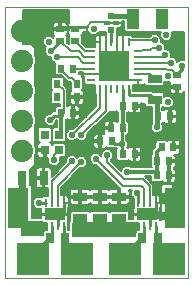
<source format=gtl>
G75*
%MOIN*%
%OFA0B0*%
%FSLAX25Y25*%
%IPPOS*%
%LPD*%
%AMOC8*
5,1,8,0,0,1.08239X$1,22.5*
%
%ADD10C,0.00000*%
%ADD11R,0.03000X0.01000*%
%ADD12R,0.01000X0.03000*%
%ADD13R,0.10400X0.10400*%
%ADD14R,0.02362X0.02953*%
%ADD15R,0.01969X0.01181*%
%ADD16R,0.02165X0.02165*%
%ADD17R,0.03937X0.06693*%
%ADD18R,0.02362X0.02756*%
%ADD19R,0.04724X0.03150*%
%ADD20R,0.02756X0.02362*%
%ADD21R,0.02756X0.03150*%
%ADD22C,0.07400*%
%ADD23R,0.01100X0.02800*%
%ADD24R,0.06700X0.03900*%
%ADD25R,0.10630X0.10630*%
%ADD26R,0.02756X0.03543*%
%ADD27R,0.07087X0.07087*%
%ADD28R,0.03150X0.04724*%
%ADD29C,0.00600*%
%ADD30OC8,0.02205*%
%ADD31C,0.01000*%
%ADD32R,0.02205X0.02205*%
%ADD33C,0.02362*%
%ADD34C,0.01200*%
%ADD35C,0.00984*%
%ADD36C,0.01600*%
%ADD37C,0.02400*%
D10*
X0051468Y0044415D02*
X0112491Y0044415D01*
X0112491Y0083785D01*
X0112491Y0079848D02*
X0112491Y0134966D01*
X0051468Y0134966D01*
X0051468Y0044415D01*
X0056625Y0047013D02*
X0056627Y0047061D01*
X0056633Y0047109D01*
X0056643Y0047156D01*
X0056656Y0047202D01*
X0056674Y0047247D01*
X0056694Y0047291D01*
X0056719Y0047333D01*
X0056747Y0047372D01*
X0056777Y0047409D01*
X0056811Y0047443D01*
X0056848Y0047475D01*
X0056886Y0047504D01*
X0056927Y0047529D01*
X0056970Y0047551D01*
X0057015Y0047569D01*
X0057061Y0047583D01*
X0057108Y0047594D01*
X0057156Y0047601D01*
X0057204Y0047604D01*
X0057252Y0047603D01*
X0057300Y0047598D01*
X0057348Y0047589D01*
X0057394Y0047577D01*
X0057439Y0047560D01*
X0057483Y0047540D01*
X0057525Y0047517D01*
X0057565Y0047490D01*
X0057603Y0047460D01*
X0057638Y0047427D01*
X0057670Y0047391D01*
X0057700Y0047353D01*
X0057726Y0047312D01*
X0057748Y0047269D01*
X0057768Y0047225D01*
X0057783Y0047180D01*
X0057795Y0047133D01*
X0057803Y0047085D01*
X0057807Y0047037D01*
X0057807Y0046989D01*
X0057803Y0046941D01*
X0057795Y0046893D01*
X0057783Y0046846D01*
X0057768Y0046801D01*
X0057748Y0046757D01*
X0057726Y0046714D01*
X0057700Y0046673D01*
X0057670Y0046635D01*
X0057638Y0046599D01*
X0057603Y0046566D01*
X0057565Y0046536D01*
X0057525Y0046509D01*
X0057483Y0046486D01*
X0057439Y0046466D01*
X0057394Y0046449D01*
X0057348Y0046437D01*
X0057300Y0046428D01*
X0057252Y0046423D01*
X0057204Y0046422D01*
X0057156Y0046425D01*
X0057108Y0046432D01*
X0057061Y0046443D01*
X0057015Y0046457D01*
X0056970Y0046475D01*
X0056927Y0046497D01*
X0056886Y0046522D01*
X0056848Y0046551D01*
X0056811Y0046583D01*
X0056777Y0046617D01*
X0056747Y0046654D01*
X0056719Y0046693D01*
X0056694Y0046735D01*
X0056674Y0046779D01*
X0056656Y0046824D01*
X0056643Y0046870D01*
X0056633Y0046917D01*
X0056627Y0046965D01*
X0056625Y0047013D01*
X0056625Y0054415D02*
X0056627Y0054463D01*
X0056633Y0054511D01*
X0056643Y0054558D01*
X0056656Y0054604D01*
X0056674Y0054649D01*
X0056694Y0054693D01*
X0056719Y0054735D01*
X0056747Y0054774D01*
X0056777Y0054811D01*
X0056811Y0054845D01*
X0056848Y0054877D01*
X0056886Y0054906D01*
X0056927Y0054931D01*
X0056970Y0054953D01*
X0057015Y0054971D01*
X0057061Y0054985D01*
X0057108Y0054996D01*
X0057156Y0055003D01*
X0057204Y0055006D01*
X0057252Y0055005D01*
X0057300Y0055000D01*
X0057348Y0054991D01*
X0057394Y0054979D01*
X0057439Y0054962D01*
X0057483Y0054942D01*
X0057525Y0054919D01*
X0057565Y0054892D01*
X0057603Y0054862D01*
X0057638Y0054829D01*
X0057670Y0054793D01*
X0057700Y0054755D01*
X0057726Y0054714D01*
X0057748Y0054671D01*
X0057768Y0054627D01*
X0057783Y0054582D01*
X0057795Y0054535D01*
X0057803Y0054487D01*
X0057807Y0054439D01*
X0057807Y0054391D01*
X0057803Y0054343D01*
X0057795Y0054295D01*
X0057783Y0054248D01*
X0057768Y0054203D01*
X0057748Y0054159D01*
X0057726Y0054116D01*
X0057700Y0054075D01*
X0057670Y0054037D01*
X0057638Y0054001D01*
X0057603Y0053968D01*
X0057565Y0053938D01*
X0057525Y0053911D01*
X0057483Y0053888D01*
X0057439Y0053868D01*
X0057394Y0053851D01*
X0057348Y0053839D01*
X0057300Y0053830D01*
X0057252Y0053825D01*
X0057204Y0053824D01*
X0057156Y0053827D01*
X0057108Y0053834D01*
X0057061Y0053845D01*
X0057015Y0053859D01*
X0056970Y0053877D01*
X0056927Y0053899D01*
X0056886Y0053924D01*
X0056848Y0053953D01*
X0056811Y0053985D01*
X0056777Y0054019D01*
X0056747Y0054056D01*
X0056719Y0054095D01*
X0056694Y0054137D01*
X0056674Y0054181D01*
X0056656Y0054226D01*
X0056643Y0054272D01*
X0056633Y0054319D01*
X0056627Y0054367D01*
X0056625Y0054415D01*
X0064026Y0054415D02*
X0064028Y0054463D01*
X0064034Y0054511D01*
X0064044Y0054558D01*
X0064057Y0054604D01*
X0064075Y0054649D01*
X0064095Y0054693D01*
X0064120Y0054735D01*
X0064148Y0054774D01*
X0064178Y0054811D01*
X0064212Y0054845D01*
X0064249Y0054877D01*
X0064287Y0054906D01*
X0064328Y0054931D01*
X0064371Y0054953D01*
X0064416Y0054971D01*
X0064462Y0054985D01*
X0064509Y0054996D01*
X0064557Y0055003D01*
X0064605Y0055006D01*
X0064653Y0055005D01*
X0064701Y0055000D01*
X0064749Y0054991D01*
X0064795Y0054979D01*
X0064840Y0054962D01*
X0064884Y0054942D01*
X0064926Y0054919D01*
X0064966Y0054892D01*
X0065004Y0054862D01*
X0065039Y0054829D01*
X0065071Y0054793D01*
X0065101Y0054755D01*
X0065127Y0054714D01*
X0065149Y0054671D01*
X0065169Y0054627D01*
X0065184Y0054582D01*
X0065196Y0054535D01*
X0065204Y0054487D01*
X0065208Y0054439D01*
X0065208Y0054391D01*
X0065204Y0054343D01*
X0065196Y0054295D01*
X0065184Y0054248D01*
X0065169Y0054203D01*
X0065149Y0054159D01*
X0065127Y0054116D01*
X0065101Y0054075D01*
X0065071Y0054037D01*
X0065039Y0054001D01*
X0065004Y0053968D01*
X0064966Y0053938D01*
X0064926Y0053911D01*
X0064884Y0053888D01*
X0064840Y0053868D01*
X0064795Y0053851D01*
X0064749Y0053839D01*
X0064701Y0053830D01*
X0064653Y0053825D01*
X0064605Y0053824D01*
X0064557Y0053827D01*
X0064509Y0053834D01*
X0064462Y0053845D01*
X0064416Y0053859D01*
X0064371Y0053877D01*
X0064328Y0053899D01*
X0064287Y0053924D01*
X0064249Y0053953D01*
X0064212Y0053985D01*
X0064178Y0054019D01*
X0064148Y0054056D01*
X0064120Y0054095D01*
X0064095Y0054137D01*
X0064075Y0054181D01*
X0064057Y0054226D01*
X0064044Y0054272D01*
X0064034Y0054319D01*
X0064028Y0054367D01*
X0064026Y0054415D01*
X0064026Y0047013D02*
X0064028Y0047061D01*
X0064034Y0047109D01*
X0064044Y0047156D01*
X0064057Y0047202D01*
X0064075Y0047247D01*
X0064095Y0047291D01*
X0064120Y0047333D01*
X0064148Y0047372D01*
X0064178Y0047409D01*
X0064212Y0047443D01*
X0064249Y0047475D01*
X0064287Y0047504D01*
X0064328Y0047529D01*
X0064371Y0047551D01*
X0064416Y0047569D01*
X0064462Y0047583D01*
X0064509Y0047594D01*
X0064557Y0047601D01*
X0064605Y0047604D01*
X0064653Y0047603D01*
X0064701Y0047598D01*
X0064749Y0047589D01*
X0064795Y0047577D01*
X0064840Y0047560D01*
X0064884Y0047540D01*
X0064926Y0047517D01*
X0064966Y0047490D01*
X0065004Y0047460D01*
X0065039Y0047427D01*
X0065071Y0047391D01*
X0065101Y0047353D01*
X0065127Y0047312D01*
X0065149Y0047269D01*
X0065169Y0047225D01*
X0065184Y0047180D01*
X0065196Y0047133D01*
X0065204Y0047085D01*
X0065208Y0047037D01*
X0065208Y0046989D01*
X0065204Y0046941D01*
X0065196Y0046893D01*
X0065184Y0046846D01*
X0065169Y0046801D01*
X0065149Y0046757D01*
X0065127Y0046714D01*
X0065101Y0046673D01*
X0065071Y0046635D01*
X0065039Y0046599D01*
X0065004Y0046566D01*
X0064966Y0046536D01*
X0064926Y0046509D01*
X0064884Y0046486D01*
X0064840Y0046466D01*
X0064795Y0046449D01*
X0064749Y0046437D01*
X0064701Y0046428D01*
X0064653Y0046423D01*
X0064605Y0046422D01*
X0064557Y0046425D01*
X0064509Y0046432D01*
X0064462Y0046443D01*
X0064416Y0046457D01*
X0064371Y0046475D01*
X0064328Y0046497D01*
X0064287Y0046522D01*
X0064249Y0046551D01*
X0064212Y0046583D01*
X0064178Y0046617D01*
X0064148Y0046654D01*
X0064120Y0046693D01*
X0064095Y0046735D01*
X0064075Y0046779D01*
X0064057Y0046824D01*
X0064044Y0046870D01*
X0064034Y0046917D01*
X0064028Y0046965D01*
X0064026Y0047013D01*
X0071192Y0047013D02*
X0071194Y0047061D01*
X0071200Y0047109D01*
X0071210Y0047156D01*
X0071223Y0047202D01*
X0071241Y0047247D01*
X0071261Y0047291D01*
X0071286Y0047333D01*
X0071314Y0047372D01*
X0071344Y0047409D01*
X0071378Y0047443D01*
X0071415Y0047475D01*
X0071453Y0047504D01*
X0071494Y0047529D01*
X0071537Y0047551D01*
X0071582Y0047569D01*
X0071628Y0047583D01*
X0071675Y0047594D01*
X0071723Y0047601D01*
X0071771Y0047604D01*
X0071819Y0047603D01*
X0071867Y0047598D01*
X0071915Y0047589D01*
X0071961Y0047577D01*
X0072006Y0047560D01*
X0072050Y0047540D01*
X0072092Y0047517D01*
X0072132Y0047490D01*
X0072170Y0047460D01*
X0072205Y0047427D01*
X0072237Y0047391D01*
X0072267Y0047353D01*
X0072293Y0047312D01*
X0072315Y0047269D01*
X0072335Y0047225D01*
X0072350Y0047180D01*
X0072362Y0047133D01*
X0072370Y0047085D01*
X0072374Y0047037D01*
X0072374Y0046989D01*
X0072370Y0046941D01*
X0072362Y0046893D01*
X0072350Y0046846D01*
X0072335Y0046801D01*
X0072315Y0046757D01*
X0072293Y0046714D01*
X0072267Y0046673D01*
X0072237Y0046635D01*
X0072205Y0046599D01*
X0072170Y0046566D01*
X0072132Y0046536D01*
X0072092Y0046509D01*
X0072050Y0046486D01*
X0072006Y0046466D01*
X0071961Y0046449D01*
X0071915Y0046437D01*
X0071867Y0046428D01*
X0071819Y0046423D01*
X0071771Y0046422D01*
X0071723Y0046425D01*
X0071675Y0046432D01*
X0071628Y0046443D01*
X0071582Y0046457D01*
X0071537Y0046475D01*
X0071494Y0046497D01*
X0071453Y0046522D01*
X0071415Y0046551D01*
X0071378Y0046583D01*
X0071344Y0046617D01*
X0071314Y0046654D01*
X0071286Y0046693D01*
X0071261Y0046735D01*
X0071241Y0046779D01*
X0071223Y0046824D01*
X0071210Y0046870D01*
X0071200Y0046917D01*
X0071194Y0046965D01*
X0071192Y0047013D01*
X0071192Y0054415D02*
X0071194Y0054463D01*
X0071200Y0054511D01*
X0071210Y0054558D01*
X0071223Y0054604D01*
X0071241Y0054649D01*
X0071261Y0054693D01*
X0071286Y0054735D01*
X0071314Y0054774D01*
X0071344Y0054811D01*
X0071378Y0054845D01*
X0071415Y0054877D01*
X0071453Y0054906D01*
X0071494Y0054931D01*
X0071537Y0054953D01*
X0071582Y0054971D01*
X0071628Y0054985D01*
X0071675Y0054996D01*
X0071723Y0055003D01*
X0071771Y0055006D01*
X0071819Y0055005D01*
X0071867Y0055000D01*
X0071915Y0054991D01*
X0071961Y0054979D01*
X0072006Y0054962D01*
X0072050Y0054942D01*
X0072092Y0054919D01*
X0072132Y0054892D01*
X0072170Y0054862D01*
X0072205Y0054829D01*
X0072237Y0054793D01*
X0072267Y0054755D01*
X0072293Y0054714D01*
X0072315Y0054671D01*
X0072335Y0054627D01*
X0072350Y0054582D01*
X0072362Y0054535D01*
X0072370Y0054487D01*
X0072374Y0054439D01*
X0072374Y0054391D01*
X0072370Y0054343D01*
X0072362Y0054295D01*
X0072350Y0054248D01*
X0072335Y0054203D01*
X0072315Y0054159D01*
X0072293Y0054116D01*
X0072267Y0054075D01*
X0072237Y0054037D01*
X0072205Y0054001D01*
X0072170Y0053968D01*
X0072132Y0053938D01*
X0072092Y0053911D01*
X0072050Y0053888D01*
X0072006Y0053868D01*
X0071961Y0053851D01*
X0071915Y0053839D01*
X0071867Y0053830D01*
X0071819Y0053825D01*
X0071771Y0053824D01*
X0071723Y0053827D01*
X0071675Y0053834D01*
X0071628Y0053845D01*
X0071582Y0053859D01*
X0071537Y0053877D01*
X0071494Y0053899D01*
X0071453Y0053924D01*
X0071415Y0053953D01*
X0071378Y0053985D01*
X0071344Y0054019D01*
X0071314Y0054056D01*
X0071286Y0054095D01*
X0071261Y0054137D01*
X0071241Y0054181D01*
X0071223Y0054226D01*
X0071210Y0054272D01*
X0071200Y0054319D01*
X0071194Y0054367D01*
X0071192Y0054415D01*
X0078593Y0054415D02*
X0078595Y0054463D01*
X0078601Y0054511D01*
X0078611Y0054558D01*
X0078624Y0054604D01*
X0078642Y0054649D01*
X0078662Y0054693D01*
X0078687Y0054735D01*
X0078715Y0054774D01*
X0078745Y0054811D01*
X0078779Y0054845D01*
X0078816Y0054877D01*
X0078854Y0054906D01*
X0078895Y0054931D01*
X0078938Y0054953D01*
X0078983Y0054971D01*
X0079029Y0054985D01*
X0079076Y0054996D01*
X0079124Y0055003D01*
X0079172Y0055006D01*
X0079220Y0055005D01*
X0079268Y0055000D01*
X0079316Y0054991D01*
X0079362Y0054979D01*
X0079407Y0054962D01*
X0079451Y0054942D01*
X0079493Y0054919D01*
X0079533Y0054892D01*
X0079571Y0054862D01*
X0079606Y0054829D01*
X0079638Y0054793D01*
X0079668Y0054755D01*
X0079694Y0054714D01*
X0079716Y0054671D01*
X0079736Y0054627D01*
X0079751Y0054582D01*
X0079763Y0054535D01*
X0079771Y0054487D01*
X0079775Y0054439D01*
X0079775Y0054391D01*
X0079771Y0054343D01*
X0079763Y0054295D01*
X0079751Y0054248D01*
X0079736Y0054203D01*
X0079716Y0054159D01*
X0079694Y0054116D01*
X0079668Y0054075D01*
X0079638Y0054037D01*
X0079606Y0054001D01*
X0079571Y0053968D01*
X0079533Y0053938D01*
X0079493Y0053911D01*
X0079451Y0053888D01*
X0079407Y0053868D01*
X0079362Y0053851D01*
X0079316Y0053839D01*
X0079268Y0053830D01*
X0079220Y0053825D01*
X0079172Y0053824D01*
X0079124Y0053827D01*
X0079076Y0053834D01*
X0079029Y0053845D01*
X0078983Y0053859D01*
X0078938Y0053877D01*
X0078895Y0053899D01*
X0078854Y0053924D01*
X0078816Y0053953D01*
X0078779Y0053985D01*
X0078745Y0054019D01*
X0078715Y0054056D01*
X0078687Y0054095D01*
X0078662Y0054137D01*
X0078642Y0054181D01*
X0078624Y0054226D01*
X0078611Y0054272D01*
X0078601Y0054319D01*
X0078595Y0054367D01*
X0078593Y0054415D01*
X0078593Y0047013D02*
X0078595Y0047061D01*
X0078601Y0047109D01*
X0078611Y0047156D01*
X0078624Y0047202D01*
X0078642Y0047247D01*
X0078662Y0047291D01*
X0078687Y0047333D01*
X0078715Y0047372D01*
X0078745Y0047409D01*
X0078779Y0047443D01*
X0078816Y0047475D01*
X0078854Y0047504D01*
X0078895Y0047529D01*
X0078938Y0047551D01*
X0078983Y0047569D01*
X0079029Y0047583D01*
X0079076Y0047594D01*
X0079124Y0047601D01*
X0079172Y0047604D01*
X0079220Y0047603D01*
X0079268Y0047598D01*
X0079316Y0047589D01*
X0079362Y0047577D01*
X0079407Y0047560D01*
X0079451Y0047540D01*
X0079493Y0047517D01*
X0079533Y0047490D01*
X0079571Y0047460D01*
X0079606Y0047427D01*
X0079638Y0047391D01*
X0079668Y0047353D01*
X0079694Y0047312D01*
X0079716Y0047269D01*
X0079736Y0047225D01*
X0079751Y0047180D01*
X0079763Y0047133D01*
X0079771Y0047085D01*
X0079775Y0047037D01*
X0079775Y0046989D01*
X0079771Y0046941D01*
X0079763Y0046893D01*
X0079751Y0046846D01*
X0079736Y0046801D01*
X0079716Y0046757D01*
X0079694Y0046714D01*
X0079668Y0046673D01*
X0079638Y0046635D01*
X0079606Y0046599D01*
X0079571Y0046566D01*
X0079533Y0046536D01*
X0079493Y0046509D01*
X0079451Y0046486D01*
X0079407Y0046466D01*
X0079362Y0046449D01*
X0079316Y0046437D01*
X0079268Y0046428D01*
X0079220Y0046423D01*
X0079172Y0046422D01*
X0079124Y0046425D01*
X0079076Y0046432D01*
X0079029Y0046443D01*
X0078983Y0046457D01*
X0078938Y0046475D01*
X0078895Y0046497D01*
X0078854Y0046522D01*
X0078816Y0046551D01*
X0078779Y0046583D01*
X0078745Y0046617D01*
X0078715Y0046654D01*
X0078687Y0046693D01*
X0078662Y0046735D01*
X0078642Y0046779D01*
X0078624Y0046824D01*
X0078611Y0046870D01*
X0078601Y0046917D01*
X0078595Y0046965D01*
X0078593Y0047013D01*
X0087333Y0047013D02*
X0087335Y0047061D01*
X0087341Y0047109D01*
X0087351Y0047156D01*
X0087364Y0047202D01*
X0087382Y0047247D01*
X0087402Y0047291D01*
X0087427Y0047333D01*
X0087455Y0047372D01*
X0087485Y0047409D01*
X0087519Y0047443D01*
X0087556Y0047475D01*
X0087594Y0047504D01*
X0087635Y0047529D01*
X0087678Y0047551D01*
X0087723Y0047569D01*
X0087769Y0047583D01*
X0087816Y0047594D01*
X0087864Y0047601D01*
X0087912Y0047604D01*
X0087960Y0047603D01*
X0088008Y0047598D01*
X0088056Y0047589D01*
X0088102Y0047577D01*
X0088147Y0047560D01*
X0088191Y0047540D01*
X0088233Y0047517D01*
X0088273Y0047490D01*
X0088311Y0047460D01*
X0088346Y0047427D01*
X0088378Y0047391D01*
X0088408Y0047353D01*
X0088434Y0047312D01*
X0088456Y0047269D01*
X0088476Y0047225D01*
X0088491Y0047180D01*
X0088503Y0047133D01*
X0088511Y0047085D01*
X0088515Y0047037D01*
X0088515Y0046989D01*
X0088511Y0046941D01*
X0088503Y0046893D01*
X0088491Y0046846D01*
X0088476Y0046801D01*
X0088456Y0046757D01*
X0088434Y0046714D01*
X0088408Y0046673D01*
X0088378Y0046635D01*
X0088346Y0046599D01*
X0088311Y0046566D01*
X0088273Y0046536D01*
X0088233Y0046509D01*
X0088191Y0046486D01*
X0088147Y0046466D01*
X0088102Y0046449D01*
X0088056Y0046437D01*
X0088008Y0046428D01*
X0087960Y0046423D01*
X0087912Y0046422D01*
X0087864Y0046425D01*
X0087816Y0046432D01*
X0087769Y0046443D01*
X0087723Y0046457D01*
X0087678Y0046475D01*
X0087635Y0046497D01*
X0087594Y0046522D01*
X0087556Y0046551D01*
X0087519Y0046583D01*
X0087485Y0046617D01*
X0087455Y0046654D01*
X0087427Y0046693D01*
X0087402Y0046735D01*
X0087382Y0046779D01*
X0087364Y0046824D01*
X0087351Y0046870D01*
X0087341Y0046917D01*
X0087335Y0046965D01*
X0087333Y0047013D01*
X0087333Y0054415D02*
X0087335Y0054463D01*
X0087341Y0054511D01*
X0087351Y0054558D01*
X0087364Y0054604D01*
X0087382Y0054649D01*
X0087402Y0054693D01*
X0087427Y0054735D01*
X0087455Y0054774D01*
X0087485Y0054811D01*
X0087519Y0054845D01*
X0087556Y0054877D01*
X0087594Y0054906D01*
X0087635Y0054931D01*
X0087678Y0054953D01*
X0087723Y0054971D01*
X0087769Y0054985D01*
X0087816Y0054996D01*
X0087864Y0055003D01*
X0087912Y0055006D01*
X0087960Y0055005D01*
X0088008Y0055000D01*
X0088056Y0054991D01*
X0088102Y0054979D01*
X0088147Y0054962D01*
X0088191Y0054942D01*
X0088233Y0054919D01*
X0088273Y0054892D01*
X0088311Y0054862D01*
X0088346Y0054829D01*
X0088378Y0054793D01*
X0088408Y0054755D01*
X0088434Y0054714D01*
X0088456Y0054671D01*
X0088476Y0054627D01*
X0088491Y0054582D01*
X0088503Y0054535D01*
X0088511Y0054487D01*
X0088515Y0054439D01*
X0088515Y0054391D01*
X0088511Y0054343D01*
X0088503Y0054295D01*
X0088491Y0054248D01*
X0088476Y0054203D01*
X0088456Y0054159D01*
X0088434Y0054116D01*
X0088408Y0054075D01*
X0088378Y0054037D01*
X0088346Y0054001D01*
X0088311Y0053968D01*
X0088273Y0053938D01*
X0088233Y0053911D01*
X0088191Y0053888D01*
X0088147Y0053868D01*
X0088102Y0053851D01*
X0088056Y0053839D01*
X0088008Y0053830D01*
X0087960Y0053825D01*
X0087912Y0053824D01*
X0087864Y0053827D01*
X0087816Y0053834D01*
X0087769Y0053845D01*
X0087723Y0053859D01*
X0087678Y0053877D01*
X0087635Y0053899D01*
X0087594Y0053924D01*
X0087556Y0053953D01*
X0087519Y0053985D01*
X0087485Y0054019D01*
X0087455Y0054056D01*
X0087427Y0054095D01*
X0087402Y0054137D01*
X0087382Y0054181D01*
X0087364Y0054226D01*
X0087351Y0054272D01*
X0087341Y0054319D01*
X0087335Y0054367D01*
X0087333Y0054415D01*
X0094735Y0054415D02*
X0094737Y0054463D01*
X0094743Y0054511D01*
X0094753Y0054558D01*
X0094766Y0054604D01*
X0094784Y0054649D01*
X0094804Y0054693D01*
X0094829Y0054735D01*
X0094857Y0054774D01*
X0094887Y0054811D01*
X0094921Y0054845D01*
X0094958Y0054877D01*
X0094996Y0054906D01*
X0095037Y0054931D01*
X0095080Y0054953D01*
X0095125Y0054971D01*
X0095171Y0054985D01*
X0095218Y0054996D01*
X0095266Y0055003D01*
X0095314Y0055006D01*
X0095362Y0055005D01*
X0095410Y0055000D01*
X0095458Y0054991D01*
X0095504Y0054979D01*
X0095549Y0054962D01*
X0095593Y0054942D01*
X0095635Y0054919D01*
X0095675Y0054892D01*
X0095713Y0054862D01*
X0095748Y0054829D01*
X0095780Y0054793D01*
X0095810Y0054755D01*
X0095836Y0054714D01*
X0095858Y0054671D01*
X0095878Y0054627D01*
X0095893Y0054582D01*
X0095905Y0054535D01*
X0095913Y0054487D01*
X0095917Y0054439D01*
X0095917Y0054391D01*
X0095913Y0054343D01*
X0095905Y0054295D01*
X0095893Y0054248D01*
X0095878Y0054203D01*
X0095858Y0054159D01*
X0095836Y0054116D01*
X0095810Y0054075D01*
X0095780Y0054037D01*
X0095748Y0054001D01*
X0095713Y0053968D01*
X0095675Y0053938D01*
X0095635Y0053911D01*
X0095593Y0053888D01*
X0095549Y0053868D01*
X0095504Y0053851D01*
X0095458Y0053839D01*
X0095410Y0053830D01*
X0095362Y0053825D01*
X0095314Y0053824D01*
X0095266Y0053827D01*
X0095218Y0053834D01*
X0095171Y0053845D01*
X0095125Y0053859D01*
X0095080Y0053877D01*
X0095037Y0053899D01*
X0094996Y0053924D01*
X0094958Y0053953D01*
X0094921Y0053985D01*
X0094887Y0054019D01*
X0094857Y0054056D01*
X0094829Y0054095D01*
X0094804Y0054137D01*
X0094784Y0054181D01*
X0094766Y0054226D01*
X0094753Y0054272D01*
X0094743Y0054319D01*
X0094737Y0054367D01*
X0094735Y0054415D01*
X0094735Y0047013D02*
X0094737Y0047061D01*
X0094743Y0047109D01*
X0094753Y0047156D01*
X0094766Y0047202D01*
X0094784Y0047247D01*
X0094804Y0047291D01*
X0094829Y0047333D01*
X0094857Y0047372D01*
X0094887Y0047409D01*
X0094921Y0047443D01*
X0094958Y0047475D01*
X0094996Y0047504D01*
X0095037Y0047529D01*
X0095080Y0047551D01*
X0095125Y0047569D01*
X0095171Y0047583D01*
X0095218Y0047594D01*
X0095266Y0047601D01*
X0095314Y0047604D01*
X0095362Y0047603D01*
X0095410Y0047598D01*
X0095458Y0047589D01*
X0095504Y0047577D01*
X0095549Y0047560D01*
X0095593Y0047540D01*
X0095635Y0047517D01*
X0095675Y0047490D01*
X0095713Y0047460D01*
X0095748Y0047427D01*
X0095780Y0047391D01*
X0095810Y0047353D01*
X0095836Y0047312D01*
X0095858Y0047269D01*
X0095878Y0047225D01*
X0095893Y0047180D01*
X0095905Y0047133D01*
X0095913Y0047085D01*
X0095917Y0047037D01*
X0095917Y0046989D01*
X0095913Y0046941D01*
X0095905Y0046893D01*
X0095893Y0046846D01*
X0095878Y0046801D01*
X0095858Y0046757D01*
X0095836Y0046714D01*
X0095810Y0046673D01*
X0095780Y0046635D01*
X0095748Y0046599D01*
X0095713Y0046566D01*
X0095675Y0046536D01*
X0095635Y0046509D01*
X0095593Y0046486D01*
X0095549Y0046466D01*
X0095504Y0046449D01*
X0095458Y0046437D01*
X0095410Y0046428D01*
X0095362Y0046423D01*
X0095314Y0046422D01*
X0095266Y0046425D01*
X0095218Y0046432D01*
X0095171Y0046443D01*
X0095125Y0046457D01*
X0095080Y0046475D01*
X0095037Y0046497D01*
X0094996Y0046522D01*
X0094958Y0046551D01*
X0094921Y0046583D01*
X0094887Y0046617D01*
X0094857Y0046654D01*
X0094829Y0046693D01*
X0094804Y0046735D01*
X0094784Y0046779D01*
X0094766Y0046824D01*
X0094753Y0046870D01*
X0094743Y0046917D01*
X0094737Y0046965D01*
X0094735Y0047013D01*
X0101900Y0047013D02*
X0101902Y0047061D01*
X0101908Y0047109D01*
X0101918Y0047156D01*
X0101931Y0047202D01*
X0101949Y0047247D01*
X0101969Y0047291D01*
X0101994Y0047333D01*
X0102022Y0047372D01*
X0102052Y0047409D01*
X0102086Y0047443D01*
X0102123Y0047475D01*
X0102161Y0047504D01*
X0102202Y0047529D01*
X0102245Y0047551D01*
X0102290Y0047569D01*
X0102336Y0047583D01*
X0102383Y0047594D01*
X0102431Y0047601D01*
X0102479Y0047604D01*
X0102527Y0047603D01*
X0102575Y0047598D01*
X0102623Y0047589D01*
X0102669Y0047577D01*
X0102714Y0047560D01*
X0102758Y0047540D01*
X0102800Y0047517D01*
X0102840Y0047490D01*
X0102878Y0047460D01*
X0102913Y0047427D01*
X0102945Y0047391D01*
X0102975Y0047353D01*
X0103001Y0047312D01*
X0103023Y0047269D01*
X0103043Y0047225D01*
X0103058Y0047180D01*
X0103070Y0047133D01*
X0103078Y0047085D01*
X0103082Y0047037D01*
X0103082Y0046989D01*
X0103078Y0046941D01*
X0103070Y0046893D01*
X0103058Y0046846D01*
X0103043Y0046801D01*
X0103023Y0046757D01*
X0103001Y0046714D01*
X0102975Y0046673D01*
X0102945Y0046635D01*
X0102913Y0046599D01*
X0102878Y0046566D01*
X0102840Y0046536D01*
X0102800Y0046509D01*
X0102758Y0046486D01*
X0102714Y0046466D01*
X0102669Y0046449D01*
X0102623Y0046437D01*
X0102575Y0046428D01*
X0102527Y0046423D01*
X0102479Y0046422D01*
X0102431Y0046425D01*
X0102383Y0046432D01*
X0102336Y0046443D01*
X0102290Y0046457D01*
X0102245Y0046475D01*
X0102202Y0046497D01*
X0102161Y0046522D01*
X0102123Y0046551D01*
X0102086Y0046583D01*
X0102052Y0046617D01*
X0102022Y0046654D01*
X0101994Y0046693D01*
X0101969Y0046735D01*
X0101949Y0046779D01*
X0101931Y0046824D01*
X0101918Y0046870D01*
X0101908Y0046917D01*
X0101902Y0046965D01*
X0101900Y0047013D01*
X0101900Y0054415D02*
X0101902Y0054463D01*
X0101908Y0054511D01*
X0101918Y0054558D01*
X0101931Y0054604D01*
X0101949Y0054649D01*
X0101969Y0054693D01*
X0101994Y0054735D01*
X0102022Y0054774D01*
X0102052Y0054811D01*
X0102086Y0054845D01*
X0102123Y0054877D01*
X0102161Y0054906D01*
X0102202Y0054931D01*
X0102245Y0054953D01*
X0102290Y0054971D01*
X0102336Y0054985D01*
X0102383Y0054996D01*
X0102431Y0055003D01*
X0102479Y0055006D01*
X0102527Y0055005D01*
X0102575Y0055000D01*
X0102623Y0054991D01*
X0102669Y0054979D01*
X0102714Y0054962D01*
X0102758Y0054942D01*
X0102800Y0054919D01*
X0102840Y0054892D01*
X0102878Y0054862D01*
X0102913Y0054829D01*
X0102945Y0054793D01*
X0102975Y0054755D01*
X0103001Y0054714D01*
X0103023Y0054671D01*
X0103043Y0054627D01*
X0103058Y0054582D01*
X0103070Y0054535D01*
X0103078Y0054487D01*
X0103082Y0054439D01*
X0103082Y0054391D01*
X0103078Y0054343D01*
X0103070Y0054295D01*
X0103058Y0054248D01*
X0103043Y0054203D01*
X0103023Y0054159D01*
X0103001Y0054116D01*
X0102975Y0054075D01*
X0102945Y0054037D01*
X0102913Y0054001D01*
X0102878Y0053968D01*
X0102840Y0053938D01*
X0102800Y0053911D01*
X0102758Y0053888D01*
X0102714Y0053868D01*
X0102669Y0053851D01*
X0102623Y0053839D01*
X0102575Y0053830D01*
X0102527Y0053825D01*
X0102479Y0053824D01*
X0102431Y0053827D01*
X0102383Y0053834D01*
X0102336Y0053845D01*
X0102290Y0053859D01*
X0102245Y0053877D01*
X0102202Y0053899D01*
X0102161Y0053924D01*
X0102123Y0053953D01*
X0102086Y0053985D01*
X0102052Y0054019D01*
X0102022Y0054056D01*
X0101994Y0054095D01*
X0101969Y0054137D01*
X0101949Y0054181D01*
X0101931Y0054226D01*
X0101918Y0054272D01*
X0101908Y0054319D01*
X0101902Y0054367D01*
X0101900Y0054415D01*
X0109302Y0054415D02*
X0109304Y0054463D01*
X0109310Y0054511D01*
X0109320Y0054558D01*
X0109333Y0054604D01*
X0109351Y0054649D01*
X0109371Y0054693D01*
X0109396Y0054735D01*
X0109424Y0054774D01*
X0109454Y0054811D01*
X0109488Y0054845D01*
X0109525Y0054877D01*
X0109563Y0054906D01*
X0109604Y0054931D01*
X0109647Y0054953D01*
X0109692Y0054971D01*
X0109738Y0054985D01*
X0109785Y0054996D01*
X0109833Y0055003D01*
X0109881Y0055006D01*
X0109929Y0055005D01*
X0109977Y0055000D01*
X0110025Y0054991D01*
X0110071Y0054979D01*
X0110116Y0054962D01*
X0110160Y0054942D01*
X0110202Y0054919D01*
X0110242Y0054892D01*
X0110280Y0054862D01*
X0110315Y0054829D01*
X0110347Y0054793D01*
X0110377Y0054755D01*
X0110403Y0054714D01*
X0110425Y0054671D01*
X0110445Y0054627D01*
X0110460Y0054582D01*
X0110472Y0054535D01*
X0110480Y0054487D01*
X0110484Y0054439D01*
X0110484Y0054391D01*
X0110480Y0054343D01*
X0110472Y0054295D01*
X0110460Y0054248D01*
X0110445Y0054203D01*
X0110425Y0054159D01*
X0110403Y0054116D01*
X0110377Y0054075D01*
X0110347Y0054037D01*
X0110315Y0054001D01*
X0110280Y0053968D01*
X0110242Y0053938D01*
X0110202Y0053911D01*
X0110160Y0053888D01*
X0110116Y0053868D01*
X0110071Y0053851D01*
X0110025Y0053839D01*
X0109977Y0053830D01*
X0109929Y0053825D01*
X0109881Y0053824D01*
X0109833Y0053827D01*
X0109785Y0053834D01*
X0109738Y0053845D01*
X0109692Y0053859D01*
X0109647Y0053877D01*
X0109604Y0053899D01*
X0109563Y0053924D01*
X0109525Y0053953D01*
X0109488Y0053985D01*
X0109454Y0054019D01*
X0109424Y0054056D01*
X0109396Y0054095D01*
X0109371Y0054137D01*
X0109351Y0054181D01*
X0109333Y0054226D01*
X0109320Y0054272D01*
X0109310Y0054319D01*
X0109304Y0054367D01*
X0109302Y0054415D01*
X0109302Y0047013D02*
X0109304Y0047061D01*
X0109310Y0047109D01*
X0109320Y0047156D01*
X0109333Y0047202D01*
X0109351Y0047247D01*
X0109371Y0047291D01*
X0109396Y0047333D01*
X0109424Y0047372D01*
X0109454Y0047409D01*
X0109488Y0047443D01*
X0109525Y0047475D01*
X0109563Y0047504D01*
X0109604Y0047529D01*
X0109647Y0047551D01*
X0109692Y0047569D01*
X0109738Y0047583D01*
X0109785Y0047594D01*
X0109833Y0047601D01*
X0109881Y0047604D01*
X0109929Y0047603D01*
X0109977Y0047598D01*
X0110025Y0047589D01*
X0110071Y0047577D01*
X0110116Y0047560D01*
X0110160Y0047540D01*
X0110202Y0047517D01*
X0110242Y0047490D01*
X0110280Y0047460D01*
X0110315Y0047427D01*
X0110347Y0047391D01*
X0110377Y0047353D01*
X0110403Y0047312D01*
X0110425Y0047269D01*
X0110445Y0047225D01*
X0110460Y0047180D01*
X0110472Y0047133D01*
X0110480Y0047085D01*
X0110484Y0047037D01*
X0110484Y0046989D01*
X0110480Y0046941D01*
X0110472Y0046893D01*
X0110460Y0046846D01*
X0110445Y0046801D01*
X0110425Y0046757D01*
X0110403Y0046714D01*
X0110377Y0046673D01*
X0110347Y0046635D01*
X0110315Y0046599D01*
X0110280Y0046566D01*
X0110242Y0046536D01*
X0110202Y0046509D01*
X0110160Y0046486D01*
X0110116Y0046466D01*
X0110071Y0046449D01*
X0110025Y0046437D01*
X0109977Y0046428D01*
X0109929Y0046423D01*
X0109881Y0046422D01*
X0109833Y0046425D01*
X0109785Y0046432D01*
X0109738Y0046443D01*
X0109692Y0046457D01*
X0109647Y0046475D01*
X0109604Y0046497D01*
X0109563Y0046522D01*
X0109525Y0046551D01*
X0109488Y0046583D01*
X0109454Y0046617D01*
X0109424Y0046654D01*
X0109396Y0046693D01*
X0109371Y0046735D01*
X0109351Y0046779D01*
X0109333Y0046824D01*
X0109320Y0046870D01*
X0109310Y0046917D01*
X0109304Y0046965D01*
X0109302Y0047013D01*
D11*
X0095832Y0110360D03*
X0095832Y0112328D03*
X0095832Y0114297D03*
X0095832Y0116265D03*
X0095832Y0118234D03*
X0095832Y0120202D03*
X0080332Y0120202D03*
X0080332Y0118234D03*
X0080332Y0116265D03*
X0080332Y0114297D03*
X0080332Y0112328D03*
X0080332Y0110360D03*
D12*
X0083161Y0107531D03*
X0085129Y0107531D03*
X0087098Y0107531D03*
X0089066Y0107531D03*
X0091035Y0107531D03*
X0093003Y0107531D03*
X0093003Y0123031D03*
X0091035Y0123031D03*
X0089066Y0123031D03*
X0087098Y0123031D03*
X0085129Y0123031D03*
X0083161Y0123031D03*
D13*
X0088082Y0115281D03*
D14*
X0075582Y0109238D03*
X0075582Y0104789D03*
X0069086Y0104789D03*
X0069086Y0109238D03*
D15*
X0085720Y0129454D03*
X0088476Y0129454D03*
D16*
X0087098Y0127092D03*
X0087098Y0131817D03*
D17*
X0094184Y0130832D03*
X0104027Y0130832D03*
D18*
X0094775Y0101895D03*
X0090838Y0101895D03*
X0090838Y0094415D03*
X0087294Y0090084D03*
X0086901Y0094415D03*
X0083357Y0090084D03*
X0090838Y0085754D03*
X0094775Y0085754D03*
X0102255Y0083391D03*
X0106192Y0083391D03*
X0106192Y0078667D03*
X0102255Y0078667D03*
X0103830Y0088116D03*
X0107767Y0088116D03*
X0106586Y0098352D03*
X0102649Y0098352D03*
X0074302Y0099533D03*
X0070365Y0099533D03*
X0070365Y0114297D03*
X0074302Y0114297D03*
D19*
X0101468Y0110950D03*
X0101468Y0103864D03*
X0089657Y0071580D03*
X0083161Y0071580D03*
X0076665Y0071580D03*
X0076665Y0064494D03*
X0083161Y0064494D03*
X0089657Y0064494D03*
D20*
X0108948Y0108195D03*
X0108948Y0112132D03*
X0075090Y0123549D03*
X0075090Y0127486D03*
X0069972Y0127486D03*
X0069972Y0123549D03*
D21*
X0069578Y0092250D03*
X0064854Y0092250D03*
X0064854Y0087132D03*
X0069578Y0087132D03*
D22*
X0057373Y0086935D03*
X0057373Y0096935D03*
X0057373Y0106935D03*
X0057373Y0116935D03*
X0057373Y0126935D03*
D23*
X0065247Y0069625D03*
X0067216Y0069625D03*
X0069184Y0069625D03*
X0071153Y0069625D03*
X0071153Y0061725D03*
X0069184Y0061725D03*
X0067216Y0061725D03*
X0065247Y0061725D03*
X0095916Y0061725D03*
X0097885Y0061725D03*
X0099854Y0061725D03*
X0101823Y0061725D03*
X0101823Y0069625D03*
X0099854Y0069625D03*
X0097885Y0069625D03*
X0095916Y0069625D03*
D24*
X0098869Y0065675D03*
X0068200Y0065675D03*
D25*
X0060917Y0050714D03*
X0075483Y0050714D03*
X0091625Y0050714D03*
X0106192Y0050714D03*
D26*
X0102452Y0057761D03*
X0097334Y0057761D03*
X0071743Y0057761D03*
X0066625Y0057761D03*
D27*
X0056035Y0064336D03*
X0056035Y0071187D03*
X0108121Y0071187D03*
X0108121Y0064336D03*
D28*
X0064460Y0077880D03*
X0057373Y0077880D03*
D29*
X0059848Y0077932D02*
X0064160Y0077932D01*
X0064160Y0078180D02*
X0064160Y0077580D01*
X0061785Y0077580D01*
X0061785Y0075373D01*
X0061860Y0075093D01*
X0062005Y0074842D01*
X0062210Y0074637D01*
X0062460Y0074492D01*
X0062740Y0074417D01*
X0064160Y0074417D01*
X0064160Y0077580D01*
X0064760Y0077580D01*
X0064760Y0074417D01*
X0066016Y0074417D01*
X0066016Y0071925D01*
X0064324Y0071925D01*
X0063844Y0071445D01*
X0063675Y0071614D01*
X0062016Y0071614D01*
X0060843Y0070441D01*
X0060843Y0068782D01*
X0062016Y0067610D01*
X0063675Y0067610D01*
X0063750Y0067684D01*
X0063750Y0065975D01*
X0067900Y0065975D01*
X0067900Y0065375D01*
X0063750Y0065375D01*
X0063750Y0064513D01*
X0060478Y0064513D01*
X0060478Y0075103D01*
X0059951Y0075630D01*
X0059848Y0075630D01*
X0059848Y0080354D01*
X0061704Y0082210D01*
X0061704Y0085370D01*
X0061973Y0086020D01*
X0061973Y0087850D01*
X0061704Y0088500D01*
X0061704Y0095370D01*
X0061973Y0096020D01*
X0061973Y0097850D01*
X0061704Y0098500D01*
X0061704Y0105370D01*
X0061973Y0106020D01*
X0061973Y0107850D01*
X0061704Y0108500D01*
X0061704Y0115370D01*
X0061973Y0116020D01*
X0061973Y0117850D01*
X0061704Y0118500D01*
X0061704Y0121187D01*
X0059989Y0122902D01*
X0060500Y0123273D01*
X0061034Y0123808D01*
X0061479Y0124419D01*
X0061822Y0125092D01*
X0062055Y0125811D01*
X0062173Y0126557D01*
X0062173Y0126635D01*
X0057673Y0126635D01*
X0057673Y0127235D01*
X0057486Y0127235D01*
X0057486Y0133879D01*
X0062491Y0133879D01*
X0062491Y0122368D01*
X0057486Y0122368D01*
X0057486Y0133879D01*
X0073009Y0133879D01*
X0073009Y0129519D01*
X0072832Y0129342D01*
X0072687Y0129092D01*
X0072612Y0128812D01*
X0072612Y0127776D01*
X0073009Y0127776D01*
X0073009Y0127195D01*
X0072612Y0127195D01*
X0072612Y0126160D01*
X0072687Y0125880D01*
X0072832Y0125629D01*
X0073036Y0125425D01*
X0073098Y0125389D01*
X0072812Y0125103D01*
X0072812Y0122406D01*
X0072250Y0122968D01*
X0072250Y0125103D01*
X0071963Y0125389D01*
X0072025Y0125425D01*
X0072230Y0125629D01*
X0072375Y0125880D01*
X0072450Y0126160D01*
X0072450Y0127195D01*
X0070262Y0127195D01*
X0070262Y0127776D01*
X0072450Y0127776D01*
X0072450Y0128812D01*
X0072375Y0129092D01*
X0072230Y0129342D01*
X0072025Y0129547D01*
X0071774Y0129692D01*
X0071494Y0129767D01*
X0070262Y0129767D01*
X0070262Y0127777D01*
X0069681Y0127777D01*
X0069681Y0129767D01*
X0068449Y0129767D01*
X0068169Y0129692D01*
X0067918Y0129547D01*
X0067713Y0129342D01*
X0067569Y0129092D01*
X0067494Y0128812D01*
X0067494Y0127776D01*
X0069681Y0127776D01*
X0069681Y0127195D01*
X0067494Y0127195D01*
X0067494Y0126160D01*
X0067569Y0125880D01*
X0067713Y0125629D01*
X0067918Y0125425D01*
X0067980Y0125389D01*
X0067694Y0125103D01*
X0067694Y0124525D01*
X0067061Y0125158D01*
X0065402Y0125158D01*
X0064229Y0123985D01*
X0064229Y0122326D01*
X0065211Y0121344D01*
X0064898Y0121032D01*
X0064898Y0119373D01*
X0066071Y0118200D01*
X0066985Y0118200D01*
X0066985Y0117208D01*
X0068158Y0116035D01*
X0068284Y0116035D01*
X0068284Y0112546D01*
X0068811Y0112019D01*
X0070356Y0112019D01*
X0072545Y0109829D01*
X0073293Y0109829D01*
X0073501Y0109622D01*
X0073501Y0107389D01*
X0073737Y0107152D01*
X0073725Y0107146D01*
X0073521Y0106941D01*
X0073376Y0106690D01*
X0073301Y0106410D01*
X0073301Y0105080D01*
X0075291Y0105080D01*
X0075291Y0104498D01*
X0075872Y0104498D01*
X0075872Y0102213D01*
X0076908Y0102213D01*
X0077188Y0102288D01*
X0077438Y0102432D01*
X0077643Y0102637D01*
X0077788Y0102888D01*
X0077863Y0103168D01*
X0077863Y0104498D01*
X0075873Y0104498D01*
X0075873Y0105080D01*
X0077863Y0105080D01*
X0077863Y0106410D01*
X0077788Y0106690D01*
X0077643Y0106941D01*
X0077438Y0107146D01*
X0077427Y0107152D01*
X0077663Y0107389D01*
X0077663Y0111087D01*
X0077171Y0111579D01*
X0077171Y0112111D01*
X0076644Y0112638D01*
X0076383Y0112638D01*
X0076383Y0113097D01*
X0077765Y0113097D01*
X0077732Y0112973D01*
X0077732Y0112328D01*
X0077732Y0111684D01*
X0077807Y0111404D01*
X0077932Y0111187D01*
X0077932Y0109487D01*
X0078459Y0108960D01*
X0081761Y0108960D01*
X0081761Y0105658D01*
X0081961Y0105458D01*
X0081961Y0101802D01*
X0074214Y0094055D01*
X0073079Y0094055D01*
X0071906Y0092882D01*
X0071906Y0091223D01*
X0073079Y0090050D01*
X0074738Y0090050D01*
X0075483Y0090796D01*
X0076229Y0090050D01*
X0077888Y0090050D01*
X0079061Y0091223D01*
X0079061Y0092358D01*
X0086329Y0099627D01*
X0086329Y0099814D01*
X0088455Y0099814D01*
X0088771Y0100130D01*
X0089284Y0099617D01*
X0089338Y0099617D01*
X0089338Y0096693D01*
X0089284Y0096693D01*
X0088998Y0096407D01*
X0088962Y0096468D01*
X0088757Y0096673D01*
X0088506Y0096818D01*
X0088227Y0096893D01*
X0087191Y0096893D01*
X0087191Y0094706D01*
X0086610Y0094706D01*
X0086610Y0096893D01*
X0085575Y0096893D01*
X0085295Y0096818D01*
X0085044Y0096673D01*
X0084839Y0096468D01*
X0084695Y0096218D01*
X0084620Y0095938D01*
X0084620Y0094706D01*
X0086610Y0094706D01*
X0086610Y0094124D01*
X0084620Y0094124D01*
X0084620Y0092892D01*
X0084695Y0092612D01*
X0084731Y0092549D01*
X0084683Y0092562D01*
X0083648Y0092562D01*
X0083648Y0090375D01*
X0083067Y0090375D01*
X0083067Y0092562D01*
X0082032Y0092562D01*
X0081752Y0092487D01*
X0081501Y0092342D01*
X0081296Y0092138D01*
X0081151Y0091887D01*
X0081076Y0091607D01*
X0081076Y0090375D01*
X0083067Y0090375D01*
X0083067Y0089794D01*
X0081076Y0089794D01*
X0081076Y0088562D01*
X0081151Y0088282D01*
X0081296Y0088031D01*
X0081501Y0087826D01*
X0081752Y0087681D01*
X0082032Y0087606D01*
X0083067Y0087606D01*
X0083067Y0089794D01*
X0083648Y0089794D01*
X0083648Y0087606D01*
X0084683Y0087606D01*
X0084963Y0087681D01*
X0085214Y0087826D01*
X0085419Y0088031D01*
X0085454Y0088093D01*
X0085741Y0087806D01*
X0087593Y0087806D01*
X0087699Y0087700D01*
X0088952Y0087700D01*
X0088757Y0087504D01*
X0088757Y0084003D01*
X0089284Y0083476D01*
X0092392Y0083476D01*
X0092678Y0083762D01*
X0092713Y0083700D01*
X0092918Y0083495D01*
X0093169Y0083351D01*
X0093449Y0083276D01*
X0094484Y0083276D01*
X0094484Y0085463D01*
X0095065Y0085463D01*
X0095065Y0083276D01*
X0096101Y0083276D01*
X0096380Y0083351D01*
X0096631Y0083495D01*
X0096836Y0083700D01*
X0096981Y0083951D01*
X0097056Y0084231D01*
X0097056Y0085463D01*
X0095065Y0085463D01*
X0095065Y0086044D01*
X0094484Y0086044D01*
X0094484Y0088232D01*
X0093449Y0088232D01*
X0093169Y0088157D01*
X0092918Y0088012D01*
X0092713Y0087807D01*
X0092678Y0087745D01*
X0092392Y0088032D01*
X0092207Y0088032D01*
X0092446Y0088271D01*
X0092446Y0089929D01*
X0091844Y0090532D01*
X0091844Y0092137D01*
X0092392Y0092137D01*
X0092919Y0092664D01*
X0092919Y0096166D01*
X0092392Y0096693D01*
X0092338Y0096693D01*
X0092338Y0099617D01*
X0092392Y0099617D01*
X0092678Y0099904D01*
X0092713Y0099842D01*
X0092918Y0099637D01*
X0093169Y0099492D01*
X0093449Y0099417D01*
X0094484Y0099417D01*
X0094484Y0101605D01*
X0095065Y0101605D01*
X0095065Y0099417D01*
X0096101Y0099417D01*
X0096380Y0099492D01*
X0096631Y0099637D01*
X0096836Y0099842D01*
X0096981Y0100093D01*
X0097056Y0100373D01*
X0097056Y0101605D01*
X0095065Y0101605D01*
X0095065Y0102186D01*
X0097056Y0102186D01*
X0097056Y0102672D01*
X0097158Y0102570D01*
X0098206Y0102570D01*
X0098206Y0101916D01*
X0098733Y0101389D01*
X0100555Y0101389D01*
X0100555Y0095940D01*
X0100253Y0095638D01*
X0100253Y0093979D01*
X0101426Y0092806D01*
X0103085Y0092806D01*
X0104257Y0093979D01*
X0104257Y0095638D01*
X0103955Y0095940D01*
X0103955Y0096074D01*
X0104203Y0096074D01*
X0104489Y0096360D01*
X0104525Y0096299D01*
X0104729Y0096094D01*
X0104980Y0095949D01*
X0105260Y0095874D01*
X0106295Y0095874D01*
X0106295Y0098061D01*
X0106876Y0098061D01*
X0106876Y0095874D01*
X0107912Y0095874D01*
X0108192Y0095949D01*
X0108442Y0096094D01*
X0108647Y0096299D01*
X0108792Y0096549D01*
X0108867Y0096829D01*
X0108867Y0098061D01*
X0106876Y0098061D01*
X0106876Y0098643D01*
X0106295Y0098643D01*
X0106295Y0100830D01*
X0105260Y0100830D01*
X0104980Y0100755D01*
X0104729Y0100610D01*
X0104525Y0100405D01*
X0104489Y0100344D01*
X0104203Y0100630D01*
X0103955Y0100630D01*
X0103955Y0101389D01*
X0104203Y0101389D01*
X0104428Y0101615D01*
X0104969Y0101074D01*
X0106628Y0101074D01*
X0107801Y0102247D01*
X0107801Y0103906D01*
X0106628Y0105079D01*
X0104969Y0105079D01*
X0104730Y0104840D01*
X0104730Y0105811D01*
X0104203Y0106339D01*
X0100973Y0106339D01*
X0100473Y0106839D01*
X0094403Y0106839D01*
X0094403Y0108760D01*
X0095832Y0108760D01*
X0097477Y0108760D01*
X0097756Y0108835D01*
X0098007Y0108980D01*
X0098206Y0109178D01*
X0098206Y0109003D01*
X0098733Y0108476D01*
X0104203Y0108476D01*
X0104730Y0109003D01*
X0104730Y0109975D01*
X0104969Y0109735D01*
X0106528Y0109735D01*
X0106470Y0109520D01*
X0106470Y0108485D01*
X0108657Y0108485D01*
X0108657Y0107904D01*
X0106470Y0107904D01*
X0106470Y0106869D01*
X0106545Y0106589D01*
X0106690Y0106338D01*
X0106895Y0106133D01*
X0107145Y0105988D01*
X0107425Y0105913D01*
X0108657Y0105913D01*
X0108657Y0107904D01*
X0109239Y0107904D01*
X0109239Y0105913D01*
X0110471Y0105913D01*
X0110751Y0105988D01*
X0111001Y0106133D01*
X0111206Y0106338D01*
X0111351Y0106589D01*
X0111404Y0106786D01*
X0111404Y0075830D01*
X0108421Y0075830D01*
X0108421Y0071487D01*
X0107821Y0071487D01*
X0107821Y0075830D01*
X0104433Y0075830D01*
X0104153Y0075755D01*
X0103903Y0075610D01*
X0103698Y0075405D01*
X0103553Y0075155D01*
X0103478Y0074875D01*
X0103478Y0071487D01*
X0107821Y0071487D01*
X0107821Y0070887D01*
X0103478Y0070887D01*
X0103478Y0064636D01*
X0107821Y0064636D01*
X0107821Y0064036D01*
X0103478Y0064036D01*
X0103478Y0063937D01*
X0103319Y0063937D01*
X0103319Y0065375D01*
X0099169Y0065375D01*
X0099169Y0065975D01*
X0103319Y0065975D01*
X0103319Y0067664D01*
X0103398Y0067800D01*
X0103473Y0068080D01*
X0103473Y0069625D01*
X0103473Y0071170D01*
X0103398Y0071449D01*
X0103253Y0071700D01*
X0103048Y0071905D01*
X0102797Y0072050D01*
X0102518Y0072125D01*
X0101823Y0072125D01*
X0101823Y0069625D01*
X0103473Y0069625D01*
X0101823Y0069625D01*
X0101823Y0069625D01*
X0101823Y0069625D01*
X0101823Y0072125D01*
X0101128Y0072125D01*
X0101054Y0072105D01*
X0101054Y0075620D01*
X0098691Y0077983D01*
X0098326Y0078348D01*
X0100174Y0078348D01*
X0100174Y0076916D01*
X0100701Y0076389D01*
X0103809Y0076389D01*
X0104095Y0076675D01*
X0104131Y0076614D01*
X0104336Y0076409D01*
X0104586Y0076264D01*
X0104866Y0076189D01*
X0105902Y0076189D01*
X0105902Y0078376D01*
X0106483Y0078376D01*
X0106483Y0076189D01*
X0107518Y0076189D01*
X0107798Y0076264D01*
X0108049Y0076409D01*
X0108253Y0076614D01*
X0108398Y0076864D01*
X0108473Y0077144D01*
X0108473Y0078376D01*
X0106483Y0078376D01*
X0106483Y0078958D01*
X0105902Y0078958D01*
X0105902Y0083101D01*
X0106483Y0083101D01*
X0106483Y0083682D01*
X0108473Y0083682D01*
X0108473Y0084914D01*
X0108398Y0085194D01*
X0108253Y0085445D01*
X0108060Y0085638D01*
X0109093Y0085638D01*
X0109373Y0085713D01*
X0109623Y0085858D01*
X0109828Y0086062D01*
X0109973Y0086313D01*
X0110048Y0086593D01*
X0110048Y0087825D01*
X0108058Y0087825D01*
X0108058Y0088406D01*
X0110048Y0088406D01*
X0110048Y0089639D01*
X0109973Y0089918D01*
X0109828Y0090169D01*
X0109623Y0090374D01*
X0109373Y0090519D01*
X0109093Y0090594D01*
X0108057Y0090594D01*
X0108057Y0088406D01*
X0107476Y0088406D01*
X0107476Y0090594D01*
X0106441Y0090594D01*
X0106161Y0090519D01*
X0105910Y0090374D01*
X0105706Y0090169D01*
X0105670Y0090108D01*
X0105384Y0090394D01*
X0102276Y0090394D01*
X0101749Y0089867D01*
X0101749Y0088156D01*
X0100755Y0087162D01*
X0100755Y0085669D01*
X0100701Y0085669D01*
X0100174Y0085142D01*
X0100174Y0081641D01*
X0100467Y0081348D01*
X0093744Y0081348D01*
X0093242Y0081850D01*
X0091583Y0081850D01*
X0090410Y0080677D01*
X0090410Y0080004D01*
X0086920Y0083495D01*
X0086920Y0083728D01*
X0087722Y0084530D01*
X0087722Y0086189D01*
X0086549Y0087362D01*
X0084890Y0087362D01*
X0083717Y0086189D01*
X0083717Y0085076D01*
X0082612Y0086181D01*
X0080953Y0086181D01*
X0079780Y0085008D01*
X0079780Y0083349D01*
X0080953Y0082176D01*
X0082088Y0082176D01*
X0090009Y0074255D01*
X0089957Y0074255D01*
X0089957Y0071880D01*
X0093119Y0071880D01*
X0093119Y0073300D01*
X0093044Y0073580D01*
X0092899Y0073831D01*
X0092806Y0073924D01*
X0094011Y0073924D01*
X0093639Y0073552D01*
X0093639Y0071893D01*
X0094466Y0071065D01*
X0094466Y0067943D01*
X0094419Y0067770D01*
X0094419Y0065975D01*
X0098569Y0065975D01*
X0098569Y0065375D01*
X0094419Y0065375D01*
X0094419Y0064119D01*
X0092919Y0064119D01*
X0092919Y0066441D01*
X0092392Y0066969D01*
X0086922Y0066969D01*
X0086409Y0066456D01*
X0085896Y0066969D01*
X0080426Y0066969D01*
X0079913Y0066456D01*
X0079400Y0066969D01*
X0073930Y0066969D01*
X0073402Y0066441D01*
X0073402Y0063716D01*
X0073102Y0063416D01*
X0073102Y0060433D01*
X0072603Y0060433D01*
X0072603Y0063406D01*
X0072650Y0063580D01*
X0072650Y0065375D01*
X0068500Y0065375D01*
X0068500Y0065975D01*
X0072650Y0065975D01*
X0072650Y0067664D01*
X0072729Y0067800D01*
X0072803Y0068080D01*
X0072803Y0069625D01*
X0072803Y0071170D01*
X0072729Y0071449D01*
X0072584Y0071700D01*
X0072379Y0071905D01*
X0072128Y0072050D01*
X0071848Y0072125D01*
X0071154Y0072125D01*
X0071154Y0069625D01*
X0072803Y0069625D01*
X0071154Y0069625D01*
X0071154Y0069625D01*
X0071153Y0069625D01*
X0071153Y0072125D01*
X0070459Y0072125D01*
X0070384Y0072105D01*
X0070384Y0072328D01*
X0070384Y0074627D01*
X0076753Y0080995D01*
X0077888Y0080995D01*
X0079061Y0082168D01*
X0079061Y0083827D01*
X0077888Y0085000D01*
X0076229Y0085000D01*
X0075680Y0084451D01*
X0074738Y0085394D01*
X0073079Y0085394D01*
X0071906Y0084221D01*
X0071906Y0083086D01*
X0067135Y0078314D01*
X0067135Y0080387D01*
X0067060Y0080666D01*
X0066915Y0080917D01*
X0066710Y0081122D01*
X0066459Y0081267D01*
X0066179Y0081342D01*
X0064760Y0081342D01*
X0064760Y0078180D01*
X0064160Y0078180D01*
X0064160Y0081342D01*
X0062740Y0081342D01*
X0062460Y0081267D01*
X0062210Y0081122D01*
X0062005Y0080917D01*
X0061860Y0080666D01*
X0061785Y0080387D01*
X0061785Y0078180D01*
X0064160Y0078180D01*
X0064160Y0078530D02*
X0064760Y0078530D01*
X0064760Y0079129D02*
X0064160Y0079129D01*
X0064160Y0079727D02*
X0064760Y0079727D01*
X0064760Y0080326D02*
X0064160Y0080326D01*
X0064160Y0080924D02*
X0064760Y0080924D01*
X0066237Y0082720D02*
X0061704Y0082720D01*
X0061704Y0083318D02*
X0066001Y0083318D01*
X0066001Y0082956D02*
X0067174Y0081783D01*
X0068833Y0081783D01*
X0070005Y0082956D01*
X0070005Y0084614D01*
X0069963Y0084657D01*
X0071329Y0084657D01*
X0071856Y0085184D01*
X0071856Y0089079D01*
X0071329Y0089606D01*
X0067827Y0089606D01*
X0067300Y0089079D01*
X0067300Y0088969D01*
X0067257Y0089131D01*
X0067112Y0089382D01*
X0066907Y0089587D01*
X0066656Y0089731D01*
X0066494Y0089775D01*
X0066604Y0089775D01*
X0067131Y0090302D01*
X0067131Y0094197D01*
X0066604Y0094724D01*
X0063103Y0094724D01*
X0062576Y0094197D01*
X0062576Y0090302D01*
X0063103Y0089775D01*
X0063213Y0089775D01*
X0063051Y0089731D01*
X0062800Y0089587D01*
X0062595Y0089382D01*
X0062451Y0089131D01*
X0062376Y0088851D01*
X0062376Y0087432D01*
X0064553Y0087432D01*
X0064553Y0086832D01*
X0062376Y0086832D01*
X0062376Y0085412D01*
X0062451Y0085132D01*
X0062595Y0084881D01*
X0062800Y0084677D01*
X0063051Y0084532D01*
X0063331Y0084457D01*
X0064554Y0084457D01*
X0064554Y0086832D01*
X0065154Y0086832D01*
X0065154Y0084457D01*
X0066001Y0084457D01*
X0066001Y0082956D01*
X0066001Y0083917D02*
X0061704Y0083917D01*
X0061704Y0084515D02*
X0063112Y0084515D01*
X0062461Y0085114D02*
X0061704Y0085114D01*
X0061846Y0085712D02*
X0062376Y0085712D01*
X0062376Y0086311D02*
X0061973Y0086311D01*
X0061973Y0086909D02*
X0064553Y0086909D01*
X0064554Y0086311D02*
X0065154Y0086311D01*
X0065154Y0085712D02*
X0064554Y0085712D01*
X0064554Y0085114D02*
X0065154Y0085114D01*
X0065154Y0084515D02*
X0064554Y0084515D01*
X0062376Y0087508D02*
X0061973Y0087508D01*
X0061867Y0088106D02*
X0062376Y0088106D01*
X0062376Y0088705D02*
X0061704Y0088705D01*
X0061704Y0089303D02*
X0062550Y0089303D01*
X0062976Y0089902D02*
X0061704Y0089902D01*
X0061704Y0090500D02*
X0062576Y0090500D01*
X0062576Y0091099D02*
X0061704Y0091099D01*
X0061704Y0091697D02*
X0062576Y0091697D01*
X0062576Y0092296D02*
X0061704Y0092296D01*
X0061704Y0092894D02*
X0062576Y0092894D01*
X0062576Y0093493D02*
X0061704Y0093493D01*
X0061704Y0094091D02*
X0062576Y0094091D01*
X0063068Y0094690D02*
X0061704Y0094690D01*
X0061704Y0095288D02*
X0065676Y0095288D01*
X0065796Y0095169D02*
X0067455Y0095169D01*
X0068628Y0096342D01*
X0068628Y0097188D01*
X0068865Y0097188D01*
X0068865Y0094724D01*
X0067827Y0094724D01*
X0067300Y0094197D01*
X0067300Y0090302D01*
X0067827Y0089775D01*
X0071329Y0089775D01*
X0071856Y0090302D01*
X0071856Y0091816D01*
X0071865Y0091825D01*
X0071865Y0097255D01*
X0071919Y0097255D01*
X0072205Y0097541D01*
X0072241Y0097480D01*
X0072446Y0097275D01*
X0072697Y0097130D01*
X0072976Y0097055D01*
X0074012Y0097055D01*
X0074012Y0099242D01*
X0074593Y0099242D01*
X0074593Y0097055D01*
X0075628Y0097055D01*
X0075908Y0097130D01*
X0076159Y0097275D01*
X0076364Y0097480D01*
X0076508Y0097731D01*
X0076583Y0098010D01*
X0076583Y0099243D01*
X0074593Y0099243D01*
X0074593Y0099824D01*
X0074012Y0099824D01*
X0074012Y0102011D01*
X0072976Y0102011D01*
X0072697Y0101936D01*
X0072446Y0101791D01*
X0072431Y0101777D01*
X0072431Y0107589D01*
X0071167Y0108854D01*
X0071167Y0111087D01*
X0070640Y0111614D01*
X0067532Y0111614D01*
X0067005Y0111087D01*
X0067005Y0107389D01*
X0067380Y0107013D01*
X0067005Y0106638D01*
X0067005Y0102940D01*
X0067532Y0102413D01*
X0070031Y0102413D01*
X0070031Y0101811D01*
X0068811Y0101811D01*
X0068284Y0101284D01*
X0068284Y0099988D01*
X0067463Y0099988D01*
X0066648Y0099173D01*
X0065796Y0099173D01*
X0064623Y0098000D01*
X0064623Y0096342D01*
X0065796Y0095169D01*
X0066639Y0094690D02*
X0067793Y0094690D01*
X0067575Y0095288D02*
X0068865Y0095288D01*
X0068865Y0095887D02*
X0068173Y0095887D01*
X0068628Y0096486D02*
X0068865Y0096486D01*
X0068865Y0097084D02*
X0068628Y0097084D01*
X0066952Y0099478D02*
X0061704Y0099478D01*
X0061704Y0098880D02*
X0065502Y0098880D01*
X0064904Y0098281D02*
X0061795Y0098281D01*
X0061973Y0097683D02*
X0064623Y0097683D01*
X0064623Y0097084D02*
X0061973Y0097084D01*
X0061973Y0096486D02*
X0064623Y0096486D01*
X0065077Y0095887D02*
X0061918Y0095887D01*
X0061704Y0100077D02*
X0068284Y0100077D01*
X0068284Y0100675D02*
X0061704Y0100675D01*
X0061704Y0101274D02*
X0068284Y0101274D01*
X0067474Y0102471D02*
X0061704Y0102471D01*
X0061704Y0103069D02*
X0067005Y0103069D01*
X0067005Y0103668D02*
X0061704Y0103668D01*
X0061704Y0104266D02*
X0067005Y0104266D01*
X0067005Y0104865D02*
X0061704Y0104865D01*
X0061743Y0105463D02*
X0067005Y0105463D01*
X0067005Y0106062D02*
X0061973Y0106062D01*
X0061973Y0106660D02*
X0067027Y0106660D01*
X0067135Y0107259D02*
X0061973Y0107259D01*
X0061970Y0107857D02*
X0067005Y0107857D01*
X0067005Y0108456D02*
X0061722Y0108456D01*
X0061704Y0109054D02*
X0067005Y0109054D01*
X0067005Y0109653D02*
X0061704Y0109653D01*
X0061704Y0110251D02*
X0067005Y0110251D01*
X0067005Y0110850D02*
X0061704Y0110850D01*
X0061704Y0111448D02*
X0067366Y0111448D01*
X0068284Y0112645D02*
X0061704Y0112645D01*
X0061704Y0112047D02*
X0068784Y0112047D01*
X0068284Y0113244D02*
X0061704Y0113244D01*
X0061704Y0113842D02*
X0068284Y0113842D01*
X0068284Y0114441D02*
X0061704Y0114441D01*
X0061704Y0115039D02*
X0068284Y0115039D01*
X0068284Y0115638D02*
X0061815Y0115638D01*
X0061973Y0116236D02*
X0067956Y0116236D01*
X0067358Y0116835D02*
X0061973Y0116835D01*
X0061973Y0117433D02*
X0066985Y0117433D01*
X0066985Y0118032D02*
X0061898Y0118032D01*
X0061704Y0118630D02*
X0065641Y0118630D01*
X0065043Y0119229D02*
X0061704Y0119229D01*
X0061704Y0119827D02*
X0064898Y0119827D01*
X0064898Y0120426D02*
X0061704Y0120426D01*
X0061704Y0121024D02*
X0064898Y0121024D01*
X0064932Y0121623D02*
X0061268Y0121623D01*
X0060669Y0122221D02*
X0064333Y0122221D01*
X0064229Y0122820D02*
X0060071Y0122820D01*
X0060645Y0123419D02*
X0064229Y0123419D01*
X0064262Y0124017D02*
X0061187Y0124017D01*
X0061579Y0124616D02*
X0064860Y0124616D01*
X0062491Y0124616D02*
X0057486Y0124616D01*
X0057486Y0125214D02*
X0062491Y0125214D01*
X0062491Y0125813D02*
X0057486Y0125813D01*
X0057486Y0126411D02*
X0062491Y0126411D01*
X0062150Y0126411D02*
X0067494Y0126411D01*
X0067494Y0127010D02*
X0057673Y0127010D01*
X0057486Y0127010D02*
X0062491Y0127010D01*
X0062173Y0127235D02*
X0062173Y0127312D01*
X0062055Y0128059D01*
X0061822Y0128777D01*
X0061479Y0129450D01*
X0061034Y0130062D01*
X0060500Y0130596D01*
X0059889Y0131040D01*
X0059216Y0131383D01*
X0058497Y0131616D01*
X0057751Y0131735D01*
X0057673Y0131735D01*
X0057673Y0127235D01*
X0062173Y0127235D01*
X0062126Y0127608D02*
X0069681Y0127608D01*
X0070262Y0127608D02*
X0073009Y0127608D01*
X0072612Y0127010D02*
X0072450Y0127010D01*
X0072450Y0126411D02*
X0072612Y0126411D01*
X0072726Y0125813D02*
X0072336Y0125813D01*
X0072138Y0125214D02*
X0072923Y0125214D01*
X0072812Y0124616D02*
X0072250Y0124616D01*
X0072250Y0124017D02*
X0072812Y0124017D01*
X0072812Y0123419D02*
X0072250Y0123419D01*
X0072398Y0122820D02*
X0072812Y0122820D01*
X0069972Y0123037D02*
X0069972Y0123549D01*
X0073515Y0120006D01*
X0076113Y0120006D01*
X0077885Y0118234D01*
X0080332Y0118234D01*
X0080332Y0120202D02*
X0078436Y0120202D01*
X0075090Y0123549D01*
X0077368Y0123419D02*
X0081561Y0123419D01*
X0081561Y0123031D02*
X0081561Y0124676D01*
X0081636Y0124956D01*
X0081780Y0125207D01*
X0081985Y0125411D01*
X0082236Y0125556D01*
X0082516Y0125631D01*
X0083161Y0125631D01*
X0083161Y0123031D01*
X0083161Y0123031D01*
X0083160Y0123031D02*
X0081561Y0123031D01*
X0081561Y0121602D01*
X0078733Y0121602D01*
X0077368Y0122968D01*
X0077368Y0125103D01*
X0077081Y0125389D01*
X0077143Y0125425D01*
X0077348Y0125629D01*
X0077493Y0125880D01*
X0077568Y0126160D01*
X0077568Y0126586D01*
X0079418Y0126586D01*
X0080363Y0125641D01*
X0082022Y0125641D01*
X0082966Y0126586D01*
X0085115Y0126586D01*
X0085115Y0125637D01*
X0085121Y0125631D01*
X0084484Y0125631D01*
X0084205Y0125556D01*
X0084145Y0125522D01*
X0084085Y0125556D01*
X0083805Y0125631D01*
X0083161Y0125631D01*
X0083161Y0123031D01*
X0083160Y0123031D02*
X0083160Y0123031D01*
X0081561Y0123031D01*
X0081561Y0122820D02*
X0077516Y0122820D01*
X0078114Y0122221D02*
X0081561Y0122221D01*
X0081561Y0121623D02*
X0078713Y0121623D01*
X0077368Y0124017D02*
X0081561Y0124017D01*
X0081561Y0124616D02*
X0077368Y0124616D01*
X0077256Y0125214D02*
X0081788Y0125214D01*
X0082193Y0125813D02*
X0085115Y0125813D01*
X0085115Y0126411D02*
X0082792Y0126411D01*
X0083161Y0126580D02*
X0085129Y0126580D01*
X0085129Y0123031D01*
X0085129Y0115281D01*
X0088082Y0115281D01*
X0083161Y0115281D01*
X0083161Y0124927D01*
X0083161Y0125214D02*
X0083161Y0125214D01*
X0083161Y0124616D02*
X0083161Y0124616D01*
X0083161Y0124017D02*
X0083161Y0124017D01*
X0083161Y0123419D02*
X0083161Y0123419D01*
X0080191Y0125813D02*
X0077454Y0125813D01*
X0077568Y0126411D02*
X0079593Y0126411D01*
X0078830Y0126305D02*
X0078830Y0128155D01*
X0080365Y0129691D01*
X0085877Y0129691D01*
X0086226Y0129454D02*
X0087804Y0129454D01*
X0088475Y0129454D01*
X0086226Y0129454D01*
X0086226Y0129454D01*
X0088475Y0129454D02*
X0088475Y0129454D01*
X0088476Y0129454D02*
X0088476Y0129454D01*
X0090560Y0129454D01*
X0090560Y0128719D01*
X0090485Y0128439D01*
X0090340Y0128188D01*
X0090135Y0127984D01*
X0089884Y0127839D01*
X0089605Y0127764D01*
X0089080Y0127764D01*
X0089080Y0125637D01*
X0089075Y0125631D01*
X0089711Y0125631D01*
X0089991Y0125556D01*
X0090050Y0125522D01*
X0090110Y0125556D01*
X0090390Y0125631D01*
X0091035Y0125631D01*
X0091035Y0123031D01*
X0091035Y0121581D01*
X0091035Y0121581D01*
X0091035Y0123031D01*
X0091035Y0123031D01*
X0091035Y0123031D01*
X0091035Y0125631D01*
X0091679Y0125631D01*
X0091959Y0125556D01*
X0092176Y0125431D01*
X0093876Y0125431D01*
X0094361Y0124946D01*
X0099836Y0124946D01*
X0100638Y0125748D01*
X0102297Y0125748D01*
X0103470Y0124575D01*
X0103470Y0123228D01*
X0103872Y0123228D01*
X0105045Y0122055D01*
X0105045Y0120669D01*
X0105840Y0120669D01*
X0107013Y0119496D01*
X0107013Y0118150D01*
X0107809Y0118150D01*
X0108982Y0116977D01*
X0108982Y0116375D01*
X0109772Y0117165D01*
X0111404Y0117165D01*
X0111404Y0126586D01*
X0107207Y0126586D01*
X0107407Y0126386D01*
X0107407Y0124727D01*
X0106234Y0123554D01*
X0104575Y0123554D01*
X0103402Y0124727D01*
X0103402Y0126386D01*
X0103602Y0126586D01*
X0091843Y0126586D01*
X0091316Y0127113D01*
X0091316Y0130117D01*
X0090560Y0130117D01*
X0090560Y0129454D01*
X0088476Y0129454D01*
X0089080Y0127608D02*
X0091316Y0127608D01*
X0091316Y0128207D02*
X0090351Y0128207D01*
X0090560Y0128805D02*
X0091316Y0128805D01*
X0091316Y0129404D02*
X0090560Y0129404D01*
X0090560Y0130002D02*
X0091316Y0130002D01*
X0091419Y0127010D02*
X0089080Y0127010D01*
X0089066Y0127092D02*
X0089066Y0123031D01*
X0089066Y0116856D01*
X0092019Y0116856D01*
X0092694Y0115581D02*
X0092694Y0114981D01*
X0088382Y0114981D01*
X0088382Y0110669D01*
X0087782Y0110669D01*
X0087782Y0114981D01*
X0088382Y0114981D01*
X0088382Y0115581D01*
X0092694Y0115581D01*
X0092694Y0115039D02*
X0088382Y0115039D01*
X0088082Y0115281D02*
X0089066Y0115281D01*
X0089066Y0123031D01*
X0091035Y0122820D02*
X0091035Y0122820D01*
X0091035Y0122328D02*
X0091035Y0115281D01*
X0088082Y0115281D01*
X0088082Y0110478D01*
X0095326Y0110478D01*
X0095832Y0110360D02*
X0095832Y0110360D01*
X0095832Y0108760D01*
X0095832Y0110360D01*
X0095832Y0110251D02*
X0095832Y0110251D01*
X0095832Y0109653D02*
X0095832Y0109653D01*
X0095832Y0109054D02*
X0095832Y0109054D01*
X0094403Y0108456D02*
X0108657Y0108456D01*
X0108657Y0107857D02*
X0109239Y0107857D01*
X0109239Y0107259D02*
X0108657Y0107259D01*
X0108657Y0106660D02*
X0109239Y0106660D01*
X0109239Y0106062D02*
X0108657Y0106062D01*
X0107019Y0106062D02*
X0104480Y0106062D01*
X0104730Y0105463D02*
X0111404Y0105463D01*
X0111404Y0104865D02*
X0106842Y0104865D01*
X0107440Y0104266D02*
X0111404Y0104266D01*
X0111404Y0103668D02*
X0107801Y0103668D01*
X0107801Y0103069D02*
X0111404Y0103069D01*
X0111404Y0102471D02*
X0107801Y0102471D01*
X0107426Y0101872D02*
X0111404Y0101872D01*
X0111404Y0101274D02*
X0106827Y0101274D01*
X0106876Y0100830D02*
X0106876Y0098643D01*
X0108867Y0098643D01*
X0108867Y0099875D01*
X0108792Y0100155D01*
X0108647Y0100405D01*
X0108442Y0100610D01*
X0108192Y0100755D01*
X0107912Y0100830D01*
X0106876Y0100830D01*
X0106876Y0100675D02*
X0106295Y0100675D01*
X0106295Y0100077D02*
X0106876Y0100077D01*
X0106876Y0099478D02*
X0106295Y0099478D01*
X0106295Y0098880D02*
X0106876Y0098880D01*
X0106876Y0098281D02*
X0111404Y0098281D01*
X0111404Y0097683D02*
X0108867Y0097683D01*
X0108867Y0097084D02*
X0111404Y0097084D01*
X0111404Y0096486D02*
X0108755Y0096486D01*
X0107960Y0095887D02*
X0111404Y0095887D01*
X0111404Y0095288D02*
X0104257Y0095288D01*
X0104257Y0094690D02*
X0111404Y0094690D01*
X0111404Y0094091D02*
X0104257Y0094091D01*
X0103771Y0093493D02*
X0111404Y0093493D01*
X0111404Y0092894D02*
X0103173Y0092894D01*
X0104009Y0095887D02*
X0105212Y0095887D01*
X0106295Y0095887D02*
X0106876Y0095887D01*
X0106876Y0096486D02*
X0106295Y0096486D01*
X0106295Y0097084D02*
X0106876Y0097084D01*
X0106876Y0097683D02*
X0106295Y0097683D01*
X0108867Y0098880D02*
X0111404Y0098880D01*
X0111404Y0099478D02*
X0108867Y0099478D01*
X0108813Y0100077D02*
X0111404Y0100077D01*
X0111404Y0100675D02*
X0108330Y0100675D01*
X0104842Y0100675D02*
X0103955Y0100675D01*
X0103955Y0101274D02*
X0104770Y0101274D01*
X0104730Y0104865D02*
X0104755Y0104865D01*
X0106526Y0106660D02*
X0100651Y0106660D01*
X0098206Y0109054D02*
X0098082Y0109054D01*
X0099893Y0112328D02*
X0095832Y0112328D01*
X0095832Y0114297D02*
X0105405Y0114297D01*
X0105877Y0113824D01*
X0107255Y0113824D01*
X0108948Y0112132D01*
X0106506Y0109653D02*
X0104730Y0109653D01*
X0104730Y0109054D02*
X0106470Y0109054D01*
X0106470Y0107857D02*
X0094403Y0107857D01*
X0094403Y0107259D02*
X0106470Y0107259D01*
X0110877Y0106062D02*
X0111404Y0106062D01*
X0111370Y0106660D02*
X0111404Y0106660D01*
X0106980Y0116147D02*
X0106861Y0116265D01*
X0095832Y0116265D01*
X0095832Y0118234D02*
X0104578Y0118234D01*
X0105011Y0118667D01*
X0107013Y0118630D02*
X0111404Y0118630D01*
X0111404Y0118032D02*
X0107927Y0118032D01*
X0108525Y0117433D02*
X0111404Y0117433D01*
X0111404Y0119229D02*
X0107013Y0119229D01*
X0106682Y0119827D02*
X0111404Y0119827D01*
X0111404Y0120426D02*
X0106084Y0120426D01*
X0105045Y0121024D02*
X0111404Y0121024D01*
X0111404Y0121623D02*
X0105045Y0121623D01*
X0104879Y0122221D02*
X0111404Y0122221D01*
X0111404Y0122820D02*
X0104280Y0122820D01*
X0103470Y0123419D02*
X0111404Y0123419D01*
X0111404Y0124017D02*
X0106697Y0124017D01*
X0107295Y0124616D02*
X0111404Y0124616D01*
X0111404Y0125214D02*
X0107407Y0125214D01*
X0107407Y0125813D02*
X0111404Y0125813D01*
X0111404Y0126411D02*
X0107382Y0126411D01*
X0103427Y0126411D02*
X0089080Y0126411D01*
X0089080Y0125813D02*
X0103402Y0125813D01*
X0103402Y0125214D02*
X0102831Y0125214D01*
X0103430Y0124616D02*
X0103514Y0124616D01*
X0103470Y0124017D02*
X0104113Y0124017D01*
X0101468Y0123746D02*
X0093003Y0123746D01*
X0093003Y0123031D01*
X0091035Y0123419D02*
X0091035Y0123419D01*
X0091035Y0124017D02*
X0091035Y0124017D01*
X0091035Y0124616D02*
X0091035Y0124616D01*
X0091035Y0125214D02*
X0091035Y0125214D01*
X0090444Y0127092D02*
X0089066Y0127092D01*
X0091035Y0122221D02*
X0091035Y0122221D01*
X0091035Y0121623D02*
X0091035Y0121623D01*
X0088382Y0119893D02*
X0088382Y0115581D01*
X0087782Y0115581D01*
X0083470Y0115581D01*
X0083470Y0114981D01*
X0087782Y0114981D01*
X0087782Y0115581D01*
X0087782Y0119893D01*
X0088382Y0119893D01*
X0088382Y0119827D02*
X0087782Y0119827D01*
X0087782Y0119229D02*
X0088382Y0119229D01*
X0088382Y0118630D02*
X0087782Y0118630D01*
X0087782Y0118032D02*
X0088382Y0118032D01*
X0088382Y0117433D02*
X0087782Y0117433D01*
X0087782Y0116835D02*
X0088382Y0116835D01*
X0088382Y0116236D02*
X0087782Y0116236D01*
X0087782Y0115638D02*
X0088382Y0115638D01*
X0088082Y0115281D02*
X0088082Y0112328D01*
X0080332Y0112328D01*
X0077732Y0112328D01*
X0080332Y0112328D01*
X0080332Y0112328D01*
X0080332Y0114297D02*
X0074302Y0114297D01*
X0076383Y0112645D02*
X0077732Y0112645D01*
X0077732Y0112047D02*
X0077171Y0112047D01*
X0077302Y0111448D02*
X0077795Y0111448D01*
X0077663Y0110850D02*
X0077932Y0110850D01*
X0077932Y0110251D02*
X0077663Y0110251D01*
X0077663Y0109653D02*
X0077932Y0109653D01*
X0077663Y0109054D02*
X0078365Y0109054D01*
X0077663Y0108456D02*
X0081761Y0108456D01*
X0081761Y0107857D02*
X0077663Y0107857D01*
X0077533Y0107259D02*
X0081761Y0107259D01*
X0081761Y0106660D02*
X0077796Y0106660D01*
X0077863Y0106062D02*
X0081761Y0106062D01*
X0081956Y0105463D02*
X0077863Y0105463D01*
X0077863Y0104266D02*
X0081961Y0104266D01*
X0081961Y0103668D02*
X0077863Y0103668D01*
X0077837Y0103069D02*
X0081961Y0103069D01*
X0081961Y0102471D02*
X0077477Y0102471D01*
X0076364Y0101586D02*
X0076159Y0101791D01*
X0075908Y0101936D01*
X0075628Y0102011D01*
X0074593Y0102011D01*
X0074593Y0099824D01*
X0076583Y0099824D01*
X0076583Y0101056D01*
X0076508Y0101336D01*
X0076364Y0101586D01*
X0076525Y0101274D02*
X0081432Y0101274D01*
X0081961Y0101872D02*
X0076019Y0101872D01*
X0075872Y0102471D02*
X0075291Y0102471D01*
X0075291Y0102213D02*
X0075291Y0104498D01*
X0073301Y0104498D01*
X0073301Y0103168D01*
X0073376Y0102888D01*
X0073521Y0102637D01*
X0073725Y0102432D01*
X0073976Y0102288D01*
X0074256Y0102213D01*
X0075291Y0102213D01*
X0074593Y0101872D02*
X0074012Y0101872D01*
X0074012Y0101274D02*
X0074593Y0101274D01*
X0074593Y0100675D02*
X0074012Y0100675D01*
X0074012Y0100077D02*
X0074593Y0100077D01*
X0074593Y0099478D02*
X0079637Y0099478D01*
X0080235Y0100077D02*
X0076583Y0100077D01*
X0076583Y0100675D02*
X0080834Y0100675D01*
X0083161Y0101305D02*
X0073909Y0092053D01*
X0072517Y0093493D02*
X0071865Y0093493D01*
X0071865Y0094091D02*
X0074250Y0094091D01*
X0074849Y0094690D02*
X0071865Y0094690D01*
X0071865Y0095288D02*
X0075447Y0095288D01*
X0076046Y0095887D02*
X0071865Y0095887D01*
X0071865Y0096486D02*
X0076644Y0096486D01*
X0077243Y0097084D02*
X0075736Y0097084D01*
X0076481Y0097683D02*
X0077841Y0097683D01*
X0078440Y0098281D02*
X0076583Y0098281D01*
X0076583Y0098880D02*
X0079038Y0098880D01*
X0074593Y0098880D02*
X0074012Y0098880D01*
X0074012Y0098281D02*
X0074593Y0098281D01*
X0074593Y0097683D02*
X0074012Y0097683D01*
X0074012Y0097084D02*
X0074593Y0097084D01*
X0072869Y0097084D02*
X0071865Y0097084D01*
X0071231Y0099533D02*
X0070365Y0099533D01*
X0071231Y0099533D02*
X0071231Y0107092D01*
X0069086Y0109238D01*
X0071167Y0109054D02*
X0073501Y0109054D01*
X0073501Y0108456D02*
X0071565Y0108456D01*
X0072163Y0107857D02*
X0073501Y0107857D01*
X0073631Y0107259D02*
X0072431Y0107259D01*
X0072431Y0106660D02*
X0073368Y0106660D01*
X0073301Y0106062D02*
X0072431Y0106062D01*
X0072431Y0105463D02*
X0073301Y0105463D01*
X0072431Y0104865D02*
X0075291Y0104865D01*
X0075873Y0104865D02*
X0081961Y0104865D01*
X0083161Y0107531D02*
X0083161Y0101305D01*
X0085129Y0100124D02*
X0077058Y0092053D01*
X0075779Y0090500D02*
X0075188Y0090500D01*
X0072629Y0090500D02*
X0071856Y0090500D01*
X0071856Y0091099D02*
X0072031Y0091099D01*
X0071906Y0091697D02*
X0071856Y0091697D01*
X0071865Y0092296D02*
X0071906Y0092296D01*
X0071919Y0092894D02*
X0071865Y0092894D01*
X0071456Y0089902D02*
X0083067Y0089902D01*
X0083067Y0090500D02*
X0083648Y0090500D01*
X0083648Y0091099D02*
X0083067Y0091099D01*
X0083067Y0091697D02*
X0083648Y0091697D01*
X0083648Y0092296D02*
X0083067Y0092296D01*
X0081454Y0092296D02*
X0079061Y0092296D01*
X0079061Y0091697D02*
X0081101Y0091697D01*
X0081076Y0091099D02*
X0078936Y0091099D01*
X0078338Y0090500D02*
X0081076Y0090500D01*
X0081076Y0089303D02*
X0071632Y0089303D01*
X0071856Y0088705D02*
X0081076Y0088705D01*
X0081253Y0088106D02*
X0071856Y0088106D01*
X0071856Y0087508D02*
X0088760Y0087508D01*
X0088757Y0086909D02*
X0087002Y0086909D01*
X0087601Y0086311D02*
X0088757Y0086311D01*
X0088757Y0085712D02*
X0087722Y0085712D01*
X0087722Y0085114D02*
X0088757Y0085114D01*
X0088757Y0084515D02*
X0087707Y0084515D01*
X0087108Y0083917D02*
X0088843Y0083917D01*
X0087695Y0082720D02*
X0100174Y0082720D01*
X0100174Y0083318D02*
X0096260Y0083318D01*
X0096961Y0083917D02*
X0100174Y0083917D01*
X0100174Y0084515D02*
X0097056Y0084515D01*
X0097056Y0085114D02*
X0100174Y0085114D01*
X0100755Y0085712D02*
X0095065Y0085712D01*
X0095065Y0086044D02*
X0097056Y0086044D01*
X0097056Y0087276D01*
X0096981Y0087556D01*
X0096836Y0087807D01*
X0096631Y0088012D01*
X0096380Y0088157D01*
X0096101Y0088232D01*
X0095065Y0088232D01*
X0095065Y0086044D01*
X0095065Y0086311D02*
X0094484Y0086311D01*
X0094484Y0086909D02*
X0095065Y0086909D01*
X0095065Y0087508D02*
X0094484Y0087508D01*
X0094484Y0088106D02*
X0095065Y0088106D01*
X0096467Y0088106D02*
X0101699Y0088106D01*
X0101749Y0088705D02*
X0092446Y0088705D01*
X0092446Y0089303D02*
X0101749Y0089303D01*
X0101784Y0089902D02*
X0092446Y0089902D01*
X0091876Y0090500D02*
X0106129Y0090500D01*
X0107476Y0090500D02*
X0108057Y0090500D01*
X0108057Y0089902D02*
X0107476Y0089902D01*
X0107476Y0089303D02*
X0108057Y0089303D01*
X0108057Y0088705D02*
X0107476Y0088705D01*
X0108058Y0088106D02*
X0111404Y0088106D01*
X0111404Y0087508D02*
X0110048Y0087508D01*
X0110048Y0086909D02*
X0111404Y0086909D01*
X0111404Y0086311D02*
X0109972Y0086311D01*
X0109371Y0085712D02*
X0111404Y0085712D01*
X0111404Y0085114D02*
X0108420Y0085114D01*
X0108473Y0084515D02*
X0111404Y0084515D01*
X0111404Y0083917D02*
X0108473Y0083917D01*
X0108473Y0083101D02*
X0106483Y0083101D01*
X0106483Y0080913D01*
X0106483Y0078958D01*
X0108473Y0078958D01*
X0108473Y0080190D01*
X0108398Y0080470D01*
X0108253Y0080720D01*
X0108049Y0080925D01*
X0107868Y0081029D01*
X0108049Y0081133D01*
X0108253Y0081338D01*
X0108398Y0081589D01*
X0108473Y0081869D01*
X0108473Y0083101D01*
X0108473Y0082720D02*
X0111404Y0082720D01*
X0111404Y0083318D02*
X0106483Y0083318D01*
X0106483Y0082720D02*
X0105902Y0082720D01*
X0105902Y0082121D02*
X0106483Y0082121D01*
X0106483Y0081523D02*
X0105902Y0081523D01*
X0105902Y0080924D02*
X0106483Y0080924D01*
X0106483Y0080326D02*
X0105902Y0080326D01*
X0105902Y0079727D02*
X0106483Y0079727D01*
X0106483Y0079129D02*
X0105902Y0079129D01*
X0106483Y0078530D02*
X0111404Y0078530D01*
X0111404Y0077932D02*
X0108473Y0077932D01*
X0108473Y0077333D02*
X0111404Y0077333D01*
X0111404Y0076735D02*
X0108323Y0076735D01*
X0107767Y0076305D02*
X0111310Y0076305D01*
X0111310Y0069612D01*
X0103436Y0069612D01*
X0103436Y0072368D01*
X0107767Y0072368D01*
X0107767Y0076305D01*
X0107767Y0076136D02*
X0111310Y0076136D01*
X0111404Y0076136D02*
X0100538Y0076136D01*
X0100356Y0076735D02*
X0099940Y0076735D01*
X0100174Y0077333D02*
X0099341Y0077333D01*
X0098743Y0077932D02*
X0100174Y0077932D01*
X0101054Y0075538D02*
X0103830Y0075538D01*
X0103495Y0074939D02*
X0101054Y0074939D01*
X0101054Y0074341D02*
X0103478Y0074341D01*
X0103478Y0073742D02*
X0101054Y0073742D01*
X0101054Y0073144D02*
X0103478Y0073144D01*
X0103478Y0072545D02*
X0101054Y0072545D01*
X0101823Y0071947D02*
X0101823Y0071947D01*
X0101823Y0071348D02*
X0101823Y0071348D01*
X0101823Y0070750D02*
X0101823Y0070750D01*
X0101823Y0070151D02*
X0101823Y0070151D01*
X0103436Y0070151D02*
X0111310Y0070151D01*
X0111310Y0070750D02*
X0103436Y0070750D01*
X0103473Y0070750D02*
X0103478Y0070750D01*
X0103473Y0070151D02*
X0103478Y0070151D01*
X0103473Y0069552D02*
X0103478Y0069552D01*
X0103473Y0068954D02*
X0103478Y0068954D01*
X0103473Y0068355D02*
X0103478Y0068355D01*
X0103478Y0067757D02*
X0103373Y0067757D01*
X0103319Y0067158D02*
X0103478Y0067158D01*
X0103478Y0066560D02*
X0103319Y0066560D01*
X0103478Y0065961D02*
X0099169Y0065961D01*
X0098569Y0065961D02*
X0092919Y0065961D01*
X0092919Y0065363D02*
X0094419Y0065363D01*
X0094419Y0064764D02*
X0092919Y0064764D01*
X0092919Y0064166D02*
X0094419Y0064166D01*
X0095052Y0062919D02*
X0095146Y0062825D01*
X0096350Y0062825D01*
X0096350Y0060433D01*
X0095583Y0060433D01*
X0095056Y0059906D01*
X0095056Y0058588D01*
X0074302Y0058588D01*
X0074302Y0062919D01*
X0095052Y0062919D01*
X0096350Y0062370D02*
X0074302Y0062370D01*
X0074302Y0061772D02*
X0096350Y0061772D01*
X0095916Y0061725D02*
X0093751Y0061725D01*
X0095126Y0059976D02*
X0074302Y0059976D01*
X0074302Y0059378D02*
X0095056Y0059378D01*
X0095056Y0058779D02*
X0074302Y0058779D01*
X0074302Y0060575D02*
X0096350Y0060575D01*
X0096350Y0061173D02*
X0074302Y0061173D01*
X0073102Y0061173D02*
X0072603Y0061173D01*
X0072603Y0060575D02*
X0073102Y0060575D01*
X0073102Y0061772D02*
X0072603Y0061772D01*
X0072603Y0062370D02*
X0073102Y0062370D01*
X0073102Y0062969D02*
X0072603Y0062969D01*
X0072647Y0063567D02*
X0073254Y0063567D01*
X0073402Y0064166D02*
X0072650Y0064166D01*
X0072650Y0064764D02*
X0073402Y0064764D01*
X0073402Y0065363D02*
X0072650Y0065363D01*
X0073402Y0065961D02*
X0068500Y0065961D01*
X0068200Y0065675D02*
X0069106Y0064887D01*
X0067900Y0065961D02*
X0060478Y0065961D01*
X0060478Y0065363D02*
X0063750Y0065363D01*
X0063750Y0064764D02*
X0060478Y0064764D01*
X0060478Y0066560D02*
X0063750Y0066560D01*
X0063750Y0067158D02*
X0060478Y0067158D01*
X0060478Y0067757D02*
X0061869Y0067757D01*
X0061270Y0068355D02*
X0060478Y0068355D01*
X0060478Y0068954D02*
X0060843Y0068954D01*
X0060843Y0069552D02*
X0060478Y0069552D01*
X0060478Y0070151D02*
X0060843Y0070151D01*
X0061152Y0070750D02*
X0060478Y0070750D01*
X0060478Y0071348D02*
X0061750Y0071348D01*
X0060478Y0071947D02*
X0066016Y0071947D01*
X0066016Y0072545D02*
X0060478Y0072545D01*
X0060478Y0073144D02*
X0066016Y0073144D01*
X0066016Y0073742D02*
X0060478Y0073742D01*
X0060478Y0074341D02*
X0066016Y0074341D01*
X0064760Y0074939D02*
X0064160Y0074939D01*
X0064160Y0075538D02*
X0064760Y0075538D01*
X0064760Y0076136D02*
X0064160Y0076136D01*
X0064160Y0076735D02*
X0064760Y0076735D01*
X0064760Y0077333D02*
X0064160Y0077333D01*
X0061949Y0074939D02*
X0060478Y0074939D01*
X0060043Y0075538D02*
X0061785Y0075538D01*
X0061785Y0076136D02*
X0059848Y0076136D01*
X0059848Y0076735D02*
X0061785Y0076735D01*
X0061785Y0077333D02*
X0059848Y0077333D01*
X0059848Y0078530D02*
X0061785Y0078530D01*
X0061785Y0079129D02*
X0059848Y0079129D01*
X0059848Y0079727D02*
X0061785Y0079727D01*
X0061785Y0080326D02*
X0059848Y0080326D01*
X0060418Y0080924D02*
X0062012Y0080924D01*
X0061016Y0081523D02*
X0070343Y0081523D01*
X0070941Y0082121D02*
X0069171Y0082121D01*
X0069770Y0082720D02*
X0071540Y0082720D01*
X0071906Y0083318D02*
X0070005Y0083318D01*
X0070005Y0083917D02*
X0071906Y0083917D01*
X0072201Y0084515D02*
X0070005Y0084515D01*
X0071786Y0085114D02*
X0072799Y0085114D01*
X0071856Y0085712D02*
X0080484Y0085712D01*
X0079886Y0085114D02*
X0075018Y0085114D01*
X0075617Y0084515D02*
X0075744Y0084515D01*
X0077058Y0082998D02*
X0069184Y0075124D01*
X0069184Y0072368D01*
X0069184Y0069625D01*
X0067216Y0069625D02*
X0067216Y0076698D01*
X0073909Y0083391D01*
X0071856Y0086311D02*
X0083839Y0086311D01*
X0083717Y0085712D02*
X0083081Y0085712D01*
X0083679Y0085114D02*
X0083717Y0085114D01*
X0084437Y0086909D02*
X0071856Y0086909D01*
X0069578Y0087132D02*
X0068003Y0085557D01*
X0068003Y0083785D01*
X0066835Y0082121D02*
X0061615Y0082121D01*
X0066908Y0080924D02*
X0069744Y0080924D01*
X0069146Y0080326D02*
X0067135Y0080326D01*
X0067135Y0079727D02*
X0068547Y0079727D01*
X0067949Y0079129D02*
X0067135Y0079129D01*
X0067135Y0078530D02*
X0067350Y0078530D01*
X0070697Y0074939D02*
X0089325Y0074939D01*
X0089357Y0074255D02*
X0087150Y0074255D01*
X0086870Y0074180D01*
X0086619Y0074035D01*
X0086414Y0073831D01*
X0086409Y0073821D01*
X0086403Y0073831D01*
X0086198Y0074035D01*
X0085947Y0074180D01*
X0085668Y0074255D01*
X0083461Y0074255D01*
X0083461Y0071880D01*
X0089357Y0071880D01*
X0089357Y0071280D01*
X0089957Y0071280D01*
X0089957Y0068906D01*
X0092164Y0068906D01*
X0092443Y0068981D01*
X0092694Y0069125D01*
X0092899Y0069330D01*
X0093044Y0069581D01*
X0093119Y0069861D01*
X0093119Y0071280D01*
X0089957Y0071280D01*
X0089957Y0071880D01*
X0089357Y0071880D01*
X0089357Y0074255D01*
X0089357Y0073742D02*
X0089957Y0073742D01*
X0089957Y0073144D02*
X0089357Y0073144D01*
X0089357Y0072545D02*
X0089957Y0072545D01*
X0089957Y0071947D02*
X0089357Y0071947D01*
X0089357Y0071348D02*
X0083461Y0071348D01*
X0083461Y0071280D02*
X0083461Y0071880D01*
X0082861Y0071880D01*
X0082861Y0074255D01*
X0080654Y0074255D01*
X0080374Y0074180D01*
X0080123Y0074035D01*
X0079918Y0073831D01*
X0079913Y0073821D01*
X0079907Y0073831D01*
X0079702Y0074035D01*
X0079451Y0074180D01*
X0079172Y0074255D01*
X0076965Y0074255D01*
X0076965Y0071880D01*
X0082861Y0071880D01*
X0082861Y0071280D01*
X0083461Y0071280D01*
X0086194Y0071280D01*
X0089357Y0071280D01*
X0089357Y0068906D01*
X0087150Y0068906D01*
X0086870Y0068981D01*
X0086619Y0069125D01*
X0086414Y0069330D01*
X0086409Y0069340D01*
X0086403Y0069330D01*
X0086198Y0069125D01*
X0085947Y0068981D01*
X0085668Y0068906D01*
X0083461Y0068906D01*
X0083461Y0071280D01*
X0083461Y0070750D02*
X0082861Y0070750D01*
X0082861Y0071280D02*
X0082861Y0068906D01*
X0080654Y0068906D01*
X0080374Y0068981D01*
X0080123Y0069125D01*
X0079918Y0069330D01*
X0079913Y0069340D01*
X0079907Y0069330D01*
X0079702Y0069125D01*
X0079451Y0068981D01*
X0079172Y0068906D01*
X0076965Y0068906D01*
X0076965Y0071280D01*
X0076965Y0071880D01*
X0076365Y0071880D01*
X0076365Y0071280D01*
X0076965Y0071280D01*
X0079698Y0071280D01*
X0082861Y0071280D01*
X0082861Y0071348D02*
X0076965Y0071348D01*
X0076965Y0070750D02*
X0076365Y0070750D01*
X0076365Y0071280D02*
X0076365Y0068906D01*
X0074158Y0068906D01*
X0073878Y0068981D01*
X0073627Y0069125D01*
X0073422Y0069330D01*
X0073277Y0069581D01*
X0073202Y0069861D01*
X0073202Y0071280D01*
X0076365Y0071280D01*
X0076365Y0071348D02*
X0072756Y0071348D01*
X0072803Y0070750D02*
X0073202Y0070750D01*
X0073202Y0070151D02*
X0072803Y0070151D01*
X0072803Y0069552D02*
X0073294Y0069552D01*
X0072803Y0068954D02*
X0073977Y0068954D01*
X0072803Y0068355D02*
X0094466Y0068355D01*
X0094466Y0068954D02*
X0092344Y0068954D01*
X0093027Y0069552D02*
X0094466Y0069552D01*
X0094466Y0070151D02*
X0093119Y0070151D01*
X0093119Y0070750D02*
X0094466Y0070750D01*
X0094183Y0071348D02*
X0089957Y0071348D01*
X0089957Y0070750D02*
X0089357Y0070750D01*
X0089357Y0070151D02*
X0089957Y0070151D01*
X0089957Y0069552D02*
X0089357Y0069552D01*
X0089357Y0068954D02*
X0089957Y0068954D01*
X0086969Y0068954D02*
X0085848Y0068954D01*
X0086304Y0066560D02*
X0086513Y0066560D01*
X0083461Y0068954D02*
X0082861Y0068954D01*
X0082861Y0069552D02*
X0083461Y0069552D01*
X0083461Y0070151D02*
X0082861Y0070151D01*
X0082861Y0071947D02*
X0083461Y0071947D01*
X0083461Y0072545D02*
X0082861Y0072545D01*
X0082861Y0073144D02*
X0083461Y0073144D01*
X0083461Y0073742D02*
X0082861Y0073742D01*
X0086931Y0077333D02*
X0073091Y0077333D01*
X0073689Y0077932D02*
X0086333Y0077932D01*
X0085734Y0078530D02*
X0074288Y0078530D01*
X0074886Y0079129D02*
X0085136Y0079129D01*
X0084537Y0079727D02*
X0075485Y0079727D01*
X0076083Y0080326D02*
X0083939Y0080326D01*
X0083340Y0080924D02*
X0076682Y0080924D01*
X0078415Y0081523D02*
X0082742Y0081523D01*
X0082143Y0082121D02*
X0079014Y0082121D01*
X0079061Y0082720D02*
X0080410Y0082720D01*
X0079811Y0083318D02*
X0079061Y0083318D01*
X0078971Y0083917D02*
X0079780Y0083917D01*
X0079780Y0084515D02*
X0078372Y0084515D01*
X0081783Y0084179D02*
X0090838Y0075124D01*
X0097096Y0075124D01*
X0097885Y0074335D01*
X0097885Y0069625D01*
X0099854Y0069625D02*
X0099854Y0075123D01*
X0097491Y0077486D01*
X0091231Y0077486D01*
X0085720Y0082998D01*
X0085720Y0085360D01*
X0087096Y0083318D02*
X0093290Y0083318D01*
X0094484Y0083318D02*
X0095065Y0083318D01*
X0095065Y0083917D02*
X0094484Y0083917D01*
X0094484Y0084515D02*
X0095065Y0084515D01*
X0095065Y0085114D02*
X0094484Y0085114D01*
X0097056Y0086311D02*
X0100755Y0086311D01*
X0100755Y0086909D02*
X0097056Y0086909D01*
X0096994Y0087508D02*
X0101101Y0087508D01*
X0100174Y0082121D02*
X0088293Y0082121D01*
X0088892Y0081523D02*
X0091255Y0081523D01*
X0090657Y0080924D02*
X0089490Y0080924D01*
X0090089Y0080326D02*
X0090410Y0080326D01*
X0093570Y0081523D02*
X0100292Y0081523D01*
X0105902Y0077932D02*
X0106483Y0077932D01*
X0106483Y0077333D02*
X0105902Y0077333D01*
X0105902Y0076735D02*
X0106483Y0076735D01*
X0107767Y0075538D02*
X0111310Y0075538D01*
X0111310Y0074939D02*
X0107767Y0074939D01*
X0107821Y0074939D02*
X0108421Y0074939D01*
X0108421Y0074341D02*
X0107821Y0074341D01*
X0107767Y0074341D02*
X0111310Y0074341D01*
X0111310Y0073742D02*
X0107767Y0073742D01*
X0107821Y0073742D02*
X0108421Y0073742D01*
X0108421Y0073144D02*
X0107821Y0073144D01*
X0107767Y0073144D02*
X0111310Y0073144D01*
X0111310Y0072545D02*
X0107767Y0072545D01*
X0107821Y0072545D02*
X0108421Y0072545D01*
X0108421Y0071947D02*
X0107821Y0071947D01*
X0107821Y0071348D02*
X0103425Y0071348D01*
X0103436Y0071348D02*
X0111310Y0071348D01*
X0111310Y0071947D02*
X0103436Y0071947D01*
X0103478Y0071947D02*
X0102976Y0071947D01*
X0107821Y0070887D02*
X0107821Y0064636D01*
X0108421Y0064636D01*
X0108421Y0068980D01*
X0108421Y0070887D01*
X0107821Y0070887D01*
X0107821Y0070750D02*
X0108421Y0070750D01*
X0108421Y0070151D02*
X0107821Y0070151D01*
X0107821Y0069552D02*
X0108421Y0069552D01*
X0108421Y0068954D02*
X0107821Y0068954D01*
X0107821Y0068355D02*
X0108421Y0068355D01*
X0108421Y0067757D02*
X0107821Y0067757D01*
X0107821Y0067158D02*
X0108421Y0067158D01*
X0108421Y0066560D02*
X0107821Y0066560D01*
X0107821Y0065961D02*
X0108421Y0065961D01*
X0108421Y0065363D02*
X0107821Y0065363D01*
X0107821Y0064764D02*
X0108421Y0064764D01*
X0107821Y0064166D02*
X0103319Y0064166D01*
X0103319Y0064764D02*
X0103478Y0064764D01*
X0103478Y0065363D02*
X0103319Y0065363D01*
X0094419Y0066560D02*
X0092800Y0066560D01*
X0094419Y0067158D02*
X0072650Y0067158D01*
X0072650Y0066560D02*
X0073521Y0066560D01*
X0072704Y0067757D02*
X0094419Y0067757D01*
X0093639Y0071947D02*
X0093119Y0071947D01*
X0093119Y0072545D02*
X0093639Y0072545D01*
X0093639Y0073144D02*
X0093119Y0073144D01*
X0092950Y0073742D02*
X0093829Y0073742D01*
X0089924Y0074341D02*
X0070384Y0074341D01*
X0070384Y0073742D02*
X0073371Y0073742D01*
X0073422Y0073831D02*
X0073277Y0073580D01*
X0073202Y0073300D01*
X0073202Y0071880D01*
X0076365Y0071880D01*
X0076365Y0074255D01*
X0074158Y0074255D01*
X0073878Y0074180D01*
X0073627Y0074035D01*
X0073422Y0073831D01*
X0073202Y0073144D02*
X0070384Y0073144D01*
X0070384Y0072545D02*
X0073202Y0072545D01*
X0073202Y0071947D02*
X0072307Y0071947D01*
X0071154Y0071947D02*
X0071153Y0071947D01*
X0071153Y0071348D02*
X0071154Y0071348D01*
X0071153Y0070750D02*
X0071154Y0070750D01*
X0071153Y0070151D02*
X0071154Y0070151D01*
X0071295Y0075538D02*
X0088727Y0075538D01*
X0088128Y0076136D02*
X0071894Y0076136D01*
X0072492Y0076735D02*
X0087530Y0076735D01*
X0080473Y0068954D02*
X0079352Y0068954D01*
X0079808Y0066560D02*
X0080017Y0066560D01*
X0076965Y0068954D02*
X0076365Y0068954D01*
X0076365Y0069552D02*
X0076965Y0069552D01*
X0076965Y0070151D02*
X0076365Y0070151D01*
X0076365Y0071947D02*
X0076965Y0071947D01*
X0076965Y0072545D02*
X0076365Y0072545D01*
X0076365Y0073144D02*
X0076965Y0073144D01*
X0076965Y0073742D02*
X0076365Y0073742D01*
X0065641Y0062825D02*
X0065641Y0060433D01*
X0064874Y0060433D01*
X0064347Y0059906D01*
X0064347Y0058982D01*
X0057373Y0058982D01*
X0057373Y0063313D01*
X0063989Y0063313D01*
X0064477Y0062825D01*
X0065641Y0062825D01*
X0065641Y0062370D02*
X0057373Y0062370D01*
X0057373Y0061772D02*
X0065641Y0061772D01*
X0065641Y0061173D02*
X0057373Y0061173D01*
X0057373Y0060575D02*
X0065641Y0060575D01*
X0064418Y0059976D02*
X0057373Y0059976D01*
X0057373Y0059378D02*
X0064347Y0059378D01*
X0064333Y0062969D02*
X0057373Y0062969D01*
X0067157Y0089303D02*
X0067524Y0089303D01*
X0067700Y0089902D02*
X0066731Y0089902D01*
X0067131Y0090500D02*
X0067300Y0090500D01*
X0067300Y0091099D02*
X0067131Y0091099D01*
X0067131Y0091697D02*
X0067300Y0091697D01*
X0067300Y0092296D02*
X0067131Y0092296D01*
X0067131Y0092894D02*
X0067300Y0092894D01*
X0067300Y0093493D02*
X0067131Y0093493D01*
X0067131Y0094091D02*
X0067300Y0094091D01*
X0070031Y0101872D02*
X0061704Y0101872D01*
X0071167Y0109653D02*
X0073470Y0109653D01*
X0073791Y0111029D02*
X0073043Y0111029D01*
X0070365Y0113706D01*
X0070365Y0114297D01*
X0070806Y0111448D02*
X0070926Y0111448D01*
X0071167Y0110850D02*
X0071525Y0110850D01*
X0071167Y0110251D02*
X0072123Y0110251D01*
X0073791Y0111029D02*
X0075582Y0109238D01*
X0075291Y0104266D02*
X0075872Y0104266D01*
X0075872Y0103668D02*
X0075291Y0103668D01*
X0075291Y0103069D02*
X0075872Y0103069D01*
X0073687Y0102471D02*
X0072431Y0102471D01*
X0072431Y0103069D02*
X0073327Y0103069D01*
X0073301Y0103668D02*
X0072431Y0103668D01*
X0072431Y0104266D02*
X0073301Y0104266D01*
X0072586Y0101872D02*
X0072431Y0101872D01*
X0080794Y0094091D02*
X0084620Y0094091D01*
X0084620Y0093493D02*
X0080195Y0093493D01*
X0079597Y0092894D02*
X0084620Y0092894D01*
X0084620Y0095288D02*
X0081991Y0095288D01*
X0081392Y0094690D02*
X0086610Y0094690D01*
X0086610Y0095288D02*
X0087191Y0095288D01*
X0087191Y0095887D02*
X0086610Y0095887D01*
X0086610Y0096486D02*
X0087191Y0096486D01*
X0088945Y0096486D02*
X0089076Y0096486D01*
X0089338Y0097084D02*
X0083787Y0097084D01*
X0084385Y0097683D02*
X0089338Y0097683D01*
X0089338Y0098281D02*
X0084984Y0098281D01*
X0085582Y0098880D02*
X0089338Y0098880D01*
X0089338Y0099478D02*
X0086181Y0099478D01*
X0085129Y0100124D02*
X0085129Y0107531D01*
X0087782Y0110850D02*
X0088382Y0110850D01*
X0088382Y0111448D02*
X0087782Y0111448D01*
X0087782Y0112047D02*
X0088382Y0112047D01*
X0088382Y0112645D02*
X0087782Y0112645D01*
X0087782Y0113244D02*
X0088382Y0113244D01*
X0088382Y0113842D02*
X0087782Y0113842D01*
X0087782Y0114441D02*
X0088382Y0114441D01*
X0087782Y0115039D02*
X0083470Y0115039D01*
X0080332Y0116265D02*
X0077649Y0116265D01*
X0075877Y0118037D01*
X0068987Y0118037D01*
X0069735Y0123037D02*
X0069972Y0123037D01*
X0067694Y0124616D02*
X0067603Y0124616D01*
X0067805Y0125214D02*
X0061861Y0125214D01*
X0062055Y0125813D02*
X0067608Y0125813D01*
X0067494Y0128207D02*
X0062007Y0128207D01*
X0062491Y0128207D02*
X0057486Y0128207D01*
X0057673Y0128207D01*
X0057673Y0128805D02*
X0057486Y0128805D01*
X0062491Y0128805D01*
X0062491Y0129404D02*
X0057486Y0129404D01*
X0057673Y0129404D01*
X0057673Y0130002D02*
X0057486Y0130002D01*
X0062491Y0130002D01*
X0062491Y0130601D02*
X0057486Y0130601D01*
X0057673Y0130601D01*
X0057673Y0131199D02*
X0057486Y0131199D01*
X0062491Y0131199D01*
X0062491Y0131798D02*
X0057486Y0131798D01*
X0073009Y0131798D01*
X0073009Y0132396D02*
X0057486Y0132396D01*
X0062491Y0132396D01*
X0062491Y0132995D02*
X0057486Y0132995D01*
X0073009Y0132995D01*
X0073009Y0133593D02*
X0057486Y0133593D01*
X0062491Y0133593D01*
X0060494Y0130601D02*
X0073009Y0130601D01*
X0073009Y0131199D02*
X0059577Y0131199D01*
X0061078Y0130002D02*
X0073009Y0130002D01*
X0072893Y0129404D02*
X0072169Y0129404D01*
X0072450Y0128805D02*
X0072612Y0128805D01*
X0072612Y0128207D02*
X0072450Y0128207D01*
X0070262Y0128207D02*
X0069681Y0128207D01*
X0069681Y0128805D02*
X0070262Y0128805D01*
X0070262Y0129404D02*
X0069681Y0129404D01*
X0067775Y0129404D02*
X0061502Y0129404D01*
X0061807Y0128805D02*
X0067494Y0128805D01*
X0062491Y0127608D02*
X0057486Y0127608D01*
X0057673Y0127608D01*
X0057486Y0124017D02*
X0062491Y0124017D01*
X0062491Y0123419D02*
X0057486Y0123419D01*
X0057486Y0122820D02*
X0062491Y0122820D01*
X0083188Y0096486D02*
X0084857Y0096486D01*
X0084620Y0095887D02*
X0082589Y0095887D01*
X0088717Y0100077D02*
X0088825Y0100077D01*
X0092338Y0099478D02*
X0093222Y0099478D01*
X0092338Y0098880D02*
X0100555Y0098880D01*
X0100555Y0099478D02*
X0096327Y0099478D01*
X0096972Y0100077D02*
X0100555Y0100077D01*
X0100555Y0100675D02*
X0097056Y0100675D01*
X0097056Y0101274D02*
X0100555Y0101274D01*
X0098250Y0101872D02*
X0095065Y0101872D01*
X0095065Y0101274D02*
X0094484Y0101274D01*
X0094484Y0100675D02*
X0095065Y0100675D01*
X0095065Y0100077D02*
X0094484Y0100077D01*
X0094484Y0099478D02*
X0095065Y0099478D01*
X0092338Y0098281D02*
X0100555Y0098281D01*
X0100555Y0097683D02*
X0092338Y0097683D01*
X0092338Y0097084D02*
X0100555Y0097084D01*
X0100555Y0096486D02*
X0092599Y0096486D01*
X0092919Y0095887D02*
X0100502Y0095887D01*
X0100253Y0095288D02*
X0092919Y0095288D01*
X0092919Y0094690D02*
X0100253Y0094690D01*
X0100253Y0094091D02*
X0092919Y0094091D01*
X0092919Y0093493D02*
X0100739Y0093493D01*
X0101338Y0092894D02*
X0092919Y0092894D01*
X0092551Y0092296D02*
X0111404Y0092296D01*
X0111404Y0091697D02*
X0091844Y0091697D01*
X0091844Y0091099D02*
X0111404Y0091099D01*
X0111404Y0090500D02*
X0109404Y0090500D01*
X0109977Y0089902D02*
X0111404Y0089902D01*
X0111404Y0089303D02*
X0110048Y0089303D01*
X0110048Y0088705D02*
X0111404Y0088705D01*
X0111404Y0082121D02*
X0108473Y0082121D01*
X0108360Y0081523D02*
X0111404Y0081523D01*
X0111404Y0080924D02*
X0108050Y0080924D01*
X0108437Y0080326D02*
X0111404Y0080326D01*
X0111404Y0079727D02*
X0108473Y0079727D01*
X0108473Y0079129D02*
X0111404Y0079129D01*
X0108421Y0075538D02*
X0107821Y0075538D01*
X0093082Y0088106D02*
X0092282Y0088106D01*
X0083648Y0088106D02*
X0083067Y0088106D01*
X0083067Y0088705D02*
X0083648Y0088705D01*
X0083648Y0089303D02*
X0083067Y0089303D01*
X0097056Y0102471D02*
X0098206Y0102471D01*
X0101468Y0110950D02*
X0099893Y0112328D01*
X0099854Y0120399D02*
X0097137Y0120399D01*
X0096940Y0120202D01*
X0095832Y0120202D01*
X0099854Y0120399D02*
X0100680Y0121187D01*
X0103003Y0121187D01*
X0103013Y0121188D01*
X0103023Y0121192D01*
X0103031Y0121198D01*
X0103037Y0121207D01*
X0103041Y0121216D01*
X0103042Y0121226D01*
X0100104Y0125214D02*
X0094093Y0125214D01*
X0108982Y0116835D02*
X0109442Y0116835D01*
D30*
X0110562Y0118037D03*
X0110602Y0115163D03*
X0106980Y0116147D03*
X0105011Y0118667D03*
X0103043Y0121226D03*
X0101468Y0123746D03*
X0105405Y0125557D03*
X0105798Y0111738D03*
X0105798Y0108903D03*
X0105798Y0103076D03*
X0110523Y0105045D03*
X0110523Y0095202D03*
X0102255Y0094809D03*
X0100680Y0089691D03*
X0094775Y0082604D03*
X0092413Y0079848D03*
X0095641Y0072722D03*
X0091940Y0067958D03*
X0093751Y0061725D03*
X0075247Y0059415D03*
X0062649Y0060084D03*
X0062846Y0069612D03*
X0067964Y0080793D03*
X0068003Y0083785D03*
X0073909Y0083391D03*
X0077058Y0082998D03*
X0079972Y0081856D03*
X0081783Y0084179D03*
X0085720Y0085360D03*
X0090444Y0089100D03*
X0087294Y0098352D03*
X0095405Y0098076D03*
X0095602Y0107919D03*
X0092019Y0111344D03*
X0088082Y0114887D03*
X0084145Y0116856D03*
X0084145Y0112525D03*
X0092019Y0116856D03*
X0090444Y0127092D03*
X0081192Y0127643D03*
X0068987Y0118037D03*
X0066901Y0120202D03*
X0066231Y0123155D03*
X0066035Y0128273D03*
X0065247Y0132604D03*
X0066153Y0110360D03*
X0066625Y0097171D03*
X0073909Y0092053D03*
X0075483Y0089612D03*
X0077058Y0092053D03*
X0078633Y0099927D03*
X0079027Y0104651D03*
X0110050Y0083667D03*
D31*
X0101822Y0069651D02*
X0101822Y0065675D01*
X0098869Y0065675D01*
X0099854Y0065675D01*
X0099854Y0061725D01*
X0101823Y0061725D02*
X0101823Y0057761D01*
X0102452Y0057761D01*
X0102452Y0050714D01*
X0106192Y0050714D01*
X0097885Y0057761D02*
X0097885Y0061725D01*
X0097885Y0057761D02*
X0097334Y0057761D01*
X0095916Y0069625D02*
X0095916Y0072722D01*
X0095641Y0072722D01*
X0095916Y0069651D02*
X0095916Y0069625D01*
X0090838Y0085754D02*
X0090444Y0086147D01*
X0090444Y0089100D01*
X0090444Y0094415D01*
X0090838Y0094415D01*
X0087294Y0090084D02*
X0088279Y0089100D01*
X0090444Y0089100D01*
X0090838Y0101895D02*
X0091035Y0103076D01*
X0091035Y0107531D01*
X0093003Y0107531D02*
X0093003Y0105439D01*
X0099893Y0105439D01*
X0101468Y0103864D01*
X0100680Y0103864D01*
X0078830Y0128155D02*
X0075090Y0128155D01*
X0075090Y0127486D01*
X0075090Y0128155D02*
X0070247Y0128155D01*
X0069735Y0123037D02*
X0066901Y0120202D01*
X0069086Y0109376D02*
X0069086Y0109238D01*
X0069775Y0099533D02*
X0070365Y0099533D01*
X0070365Y0098588D01*
X0068043Y0098588D01*
X0066625Y0097171D01*
X0069775Y0092447D02*
X0069578Y0092250D01*
X0071153Y0069651D02*
X0071153Y0065675D01*
X0070405Y0065675D01*
X0069184Y0065675D01*
X0069184Y0061725D01*
X0067216Y0061725D02*
X0067216Y0057761D01*
X0066625Y0057761D01*
X0071153Y0057761D02*
X0071153Y0061725D01*
X0071153Y0057761D02*
X0071743Y0057761D01*
X0071743Y0050714D01*
X0075483Y0050714D01*
X0065247Y0069612D02*
X0062846Y0069612D01*
X0065247Y0069612D02*
X0065247Y0069625D01*
D32*
X0062885Y0073195D03*
X0062452Y0065990D03*
X0065995Y0065675D03*
X0062649Y0062447D03*
X0070405Y0065675D03*
X0075247Y0061659D03*
X0101901Y0065675D03*
D33*
X0101468Y0065517D02*
X0108161Y0065517D01*
D34*
X0102255Y0078667D02*
X0102255Y0083391D01*
X0102255Y0086541D01*
X0103830Y0088116D01*
X0102255Y0079848D02*
X0092413Y0079848D01*
X0102255Y0079848D02*
X0102255Y0078667D01*
X0090838Y0094415D02*
X0090838Y0101895D01*
X0108948Y0112132D02*
X0110602Y0113785D01*
X0110602Y0115163D01*
X0070365Y0099533D02*
X0070365Y0097565D01*
X0070365Y0097171D01*
X0070365Y0097565D02*
X0070365Y0092447D01*
X0069775Y0092447D01*
X0065247Y0061725D02*
X0060142Y0061725D01*
X0060129Y0061738D01*
D35*
X0087098Y0123031D02*
X0087098Y0127092D01*
D36*
X0087098Y0131817D02*
X0094184Y0131817D01*
X0094184Y0130832D01*
X0101468Y0103864D02*
X0102255Y0103864D01*
X0102255Y0094809D01*
X0102255Y0098352D01*
X0102649Y0098352D01*
X0097334Y0057761D02*
X0091625Y0052053D01*
X0091625Y0050714D01*
X0066625Y0057761D02*
X0060917Y0052053D01*
X0060917Y0050714D01*
X0060129Y0061738D02*
X0058948Y0061974D01*
X0056035Y0064336D01*
D37*
X0056035Y0071187D02*
X0057373Y0071187D01*
X0057373Y0077880D01*
M02*

</source>
